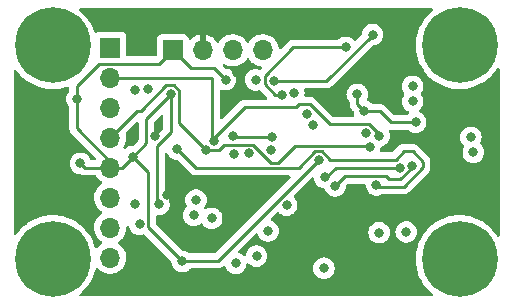
<source format=gbr>
%TF.GenerationSoftware,KiCad,Pcbnew,6.0.11+dfsg-1~bpo11+1*%
%TF.CreationDate,2023-04-29T04:06:51+00:00*%
%TF.ProjectId,slcam,736c6361-6d2e-46b6-9963-61645f706362,v0.2*%
%TF.SameCoordinates,Original*%
%TF.FileFunction,Copper,L3,Inr*%
%TF.FilePolarity,Positive*%
%FSLAX46Y46*%
G04 Gerber Fmt 4.6, Leading zero omitted, Abs format (unit mm)*
G04 Created by KiCad (PCBNEW 6.0.11+dfsg-1~bpo11+1) date 2023-04-29 04:06:51*
%MOMM*%
%LPD*%
G01*
G04 APERTURE LIST*
%TA.AperFunction,ComponentPad*%
%ADD10R,1.700000X1.700000*%
%TD*%
%TA.AperFunction,ComponentPad*%
%ADD11O,1.700000X1.700000*%
%TD*%
%TA.AperFunction,ComponentPad*%
%ADD12C,6.400000*%
%TD*%
%TA.AperFunction,ViaPad*%
%ADD13C,0.800000*%
%TD*%
%TA.AperFunction,Conductor*%
%ADD14C,0.250000*%
%TD*%
G04 APERTURE END LIST*
D10*
%TO.N,/SPI_NSS_IMG*%
%TO.C,J2*%
X205790000Y-53620000D03*
D11*
%TO.N,/SPI2_MOSI*%
X205790000Y-56160000D03*
%TO.N,/SPI2_MISO*%
X205790000Y-58700000D03*
%TO.N,/SPI2_SCK*%
X205790000Y-61240000D03*
%TO.N,GND*%
X205790000Y-63780000D03*
%TO.N,/3V3_IMG_SENSOR*%
X205790000Y-66320000D03*
%TO.N,/I2C_SDA*%
X205790000Y-68860000D03*
%TO.N,/I2C_SCL*%
X205790000Y-71400000D03*
%TD*%
D10*
%TO.N,GND*%
%TO.C,J3*%
X211074000Y-53848000D03*
D11*
%TO.N,VCC*%
X213614000Y-53848000D03*
%TO.N,/SWCLK*%
X216154000Y-53848000D03*
%TO.N,/SWDIO*%
X218694000Y-53848000D03*
%TD*%
D12*
%TO.N,N/C*%
%TO.C,H1*%
X200914000Y-53440000D03*
%TD*%
%TO.N,N/C*%
%TO.C,H2*%
X200914000Y-71530000D03*
%TD*%
%TO.N,N/C*%
%TO.C,H3*%
X235360000Y-71530000D03*
%TD*%
%TO.N,N/C*%
%TO.C,H4*%
X235360000Y-53440000D03*
%TD*%
D13*
%TO.N,/SPI2_MOSI*%
X214582609Y-61547033D03*
X228549200Y-61112400D03*
%TO.N,/SPI2_SCK*%
X227736400Y-62077600D03*
X213862716Y-62271533D03*
%TO.N,/SPI_NSS*%
X218176898Y-71275770D03*
X217554942Y-62558914D03*
%TO.N,/OSC_IN2*%
X223926400Y-64603469D03*
X230276400Y-63804800D03*
%TO.N,/OSC_OUT2*%
X231317808Y-63677808D03*
X224831342Y-65338258D03*
%TO.N,/CAN_SHDN*%
X227990400Y-52527200D03*
X219608400Y-56438800D03*
%TO.N,/CAN_S*%
X225704400Y-53594000D03*
X220343492Y-57617248D03*
%TO.N,/FLASH_WP*%
X222453200Y-59232800D03*
X227431600Y-60858400D03*
%TO.N,/FLASH_HR*%
X228549200Y-69291200D03*
X222961200Y-60147200D03*
%TO.N,GND*%
X223874508Y-72301899D03*
X231648000Y-59944000D03*
X209905340Y-66900067D03*
X223418400Y-63144400D03*
X226699310Y-57584114D03*
X216215829Y-61075500D03*
X203259568Y-63424233D03*
X202965109Y-57969203D03*
X219456000Y-61214000D03*
X207684157Y-62861398D03*
X211875998Y-71719462D03*
X227299379Y-59020643D03*
X215544400Y-56337200D03*
X210914757Y-57558174D03*
%TO.N,/RESET*%
X220726000Y-66954400D03*
%TO.N,VCC*%
X216533789Y-55756717D03*
X209539521Y-61117670D03*
X210592701Y-66090510D03*
X227652581Y-67134899D03*
X207826560Y-61320012D03*
X200050400Y-63093600D03*
X214158678Y-72875069D03*
%TO.N,/SPI_SCK*%
X216273572Y-62608328D03*
%TO.N,/SPI_MISO*%
X214376000Y-68072000D03*
%TO.N,/SPI_MOSI*%
X212852000Y-67818000D03*
X216408000Y-71882000D03*
%TO.N,/I2C_SCL*%
X221333733Y-57460547D03*
%TO.N,/I2C_SDA*%
X207877524Y-66895134D03*
X219405200Y-62331600D03*
%TO.N,/3V3_IMG_SENSOR*%
X219151200Y-69138800D03*
X208280000Y-68580000D03*
%TO.N,/SWCLK*%
X218096500Y-56353495D03*
%TO.N,/CAN_N*%
X231394000Y-56896000D03*
X236321600Y-61214000D03*
%TO.N,/CAN_P*%
X236524800Y-62484000D03*
X231394000Y-58166000D03*
%TO.N,/UART_TX*%
X207873600Y-57251600D03*
%TO.N,/UART_RX*%
X208940400Y-57099200D03*
%TO.N,/EN_SWITCH*%
X213050984Y-66523873D03*
%TO.N,/SPI_NSS_FLASH*%
X228319288Y-65247403D03*
X211466546Y-62223783D03*
%TO.N,/HEARTBEAT*%
X230845484Y-69227294D03*
%TD*%
D14*
%TO.N,/SPI2_MOSI*%
X214426800Y-61391224D02*
X214426800Y-56160000D01*
X221742000Y-58420000D02*
X222665014Y-58420000D01*
X222665014Y-58420000D02*
X224378903Y-60133889D01*
X224378903Y-60133889D02*
X227731703Y-60133889D01*
X221488000Y-58674000D02*
X221742000Y-58420000D01*
X214582609Y-61547033D02*
X214426800Y-61391224D01*
X227731703Y-60133889D02*
X228549200Y-60951386D01*
X228549200Y-60951386D02*
X228549200Y-61112400D01*
X214582609Y-61547033D02*
X214582609Y-61261391D01*
X217170000Y-58674000D02*
X221488000Y-58674000D01*
X214582609Y-61261391D02*
X217170000Y-58674000D01*
X214426800Y-56160000D02*
X205790000Y-56160000D01*
%TO.N,/SPI2_SCK*%
X227736400Y-62077600D02*
X227597311Y-61938511D01*
X213862716Y-62271533D02*
X211639268Y-60048085D01*
X217855045Y-61834403D02*
X215424916Y-61834403D01*
X208356200Y-58978800D02*
X208051200Y-58978800D01*
X221423889Y-61938511D02*
X220007120Y-63355280D01*
X208051200Y-58978800D02*
X205790000Y-61240000D01*
X215424916Y-61834403D02*
X214987786Y-62271533D01*
X210503111Y-56831889D02*
X208356200Y-58978800D01*
X211639268Y-57258071D02*
X211213086Y-56831889D01*
X214987786Y-62271533D02*
X213862716Y-62271533D01*
X219375922Y-63355280D02*
X217855045Y-61834403D01*
X220007120Y-63355280D02*
X219375922Y-63355280D01*
X211213086Y-56831889D02*
X210503111Y-56831889D01*
X227597311Y-61938511D02*
X221423889Y-61938511D01*
X211639268Y-60048085D02*
X211639268Y-57258071D01*
%TO.N,/OSC_IN2*%
X224092931Y-64603469D02*
X224891600Y-63804800D01*
X224891600Y-63804800D02*
X230276400Y-63804800D01*
X223926400Y-64603469D02*
X224092931Y-64603469D01*
%TO.N,/OSC_OUT2*%
X230335814Y-64770000D02*
X229362000Y-64770000D01*
X231317808Y-63677808D02*
X231317808Y-63788006D01*
X225653600Y-64516000D02*
X224831342Y-65338258D01*
X229108000Y-64516000D02*
X225653600Y-64516000D01*
X229362000Y-64770000D02*
X229108000Y-64516000D01*
X231317808Y-63788006D02*
X230335814Y-64770000D01*
%TO.N,/CAN_SHDN*%
X224078800Y-56438800D02*
X219608400Y-56438800D01*
X227990400Y-52527200D02*
X224078800Y-56438800D01*
%TO.N,/CAN_S*%
X219720048Y-57617248D02*
X220343492Y-57617248D01*
X225704400Y-53594000D02*
X221284800Y-53594000D01*
X218846400Y-56032400D02*
X218846400Y-56743600D01*
X218846400Y-56743600D02*
X219720048Y-57617248D01*
X221284800Y-53594000D02*
X218846400Y-56032400D01*
%TO.N,GND*%
X211875998Y-71719462D02*
X209004511Y-68847975D01*
X209750830Y-61930975D02*
X210914757Y-60767048D01*
X209004511Y-68847975D02*
X209004511Y-64181752D01*
X229520743Y-59944000D02*
X228597386Y-59020643D01*
X209905340Y-66900067D02*
X209750830Y-66745557D01*
X202965109Y-60471109D02*
X202965109Y-57969203D01*
X211937752Y-71657708D02*
X211875998Y-71719462D01*
X204856511Y-54985489D02*
X209936511Y-54985489D01*
X208815010Y-59657921D02*
X210914757Y-57558174D01*
X214905092Y-71657708D02*
X211937752Y-71657708D01*
X203615335Y-63780000D02*
X205790000Y-63780000D01*
X202965109Y-56876891D02*
X204856511Y-54985489D01*
X215544400Y-56337200D02*
X214579200Y-55372000D01*
X205790000Y-63296000D02*
X202965109Y-60471109D01*
X209004511Y-64181752D02*
X207684157Y-62861398D01*
X226699310Y-57584114D02*
X226699310Y-58420574D01*
X231648000Y-59944000D02*
X229520743Y-59944000D01*
X207684157Y-62861398D02*
X208815010Y-61730545D01*
X205790000Y-63780000D02*
X206765555Y-63780000D01*
X209936511Y-54985489D02*
X211074000Y-53848000D01*
X210914757Y-60767048D02*
X210914757Y-57558174D01*
X228597386Y-59020643D02*
X227299379Y-59020643D01*
X202965109Y-57969203D02*
X202965109Y-56876891D01*
X216215829Y-61075500D02*
X216354329Y-61214000D01*
X209750830Y-66745557D02*
X209750830Y-61930975D01*
X226699310Y-58420574D02*
X227299379Y-59020643D01*
X208815010Y-61730545D02*
X208815010Y-59657921D01*
X206765555Y-63780000D02*
X207684157Y-62861398D01*
X212598000Y-55372000D02*
X211074000Y-53848000D01*
X223418400Y-63144400D02*
X214905092Y-71657708D01*
X203259568Y-63424233D02*
X203615335Y-63780000D01*
X216354329Y-61214000D02*
X219456000Y-61214000D01*
X214579200Y-55372000D02*
X212598000Y-55372000D01*
X205790000Y-63780000D02*
X205790000Y-63296000D01*
%TO.N,/SPI_NSS_FLASH*%
X229939984Y-63116602D02*
X224415216Y-63116602D01*
X230623394Y-65396820D02*
X232257600Y-63762614D01*
X231380689Y-62419889D02*
X230636697Y-62419889D01*
X228468705Y-65396820D02*
X230623394Y-65396820D01*
X224415216Y-63116602D02*
X223718503Y-62419889D01*
X230636697Y-62419889D02*
X229939984Y-63116602D01*
X223118297Y-62419889D02*
X221733386Y-63804800D01*
X232257600Y-63762614D02*
X232257600Y-63296800D01*
X213047563Y-63804800D02*
X211466546Y-62223783D01*
X228319288Y-65247403D02*
X228468705Y-65396820D01*
X223718503Y-62419889D02*
X223118297Y-62419889D01*
X221733386Y-63804800D02*
X213047563Y-63804800D01*
X232257600Y-63296800D02*
X231380689Y-62419889D01*
%TD*%
%TA.AperFunction,Conductor*%
%TO.N,VCC*%
G36*
X233066282Y-50312502D02*
G01*
X233112775Y-50366158D01*
X233122879Y-50436432D01*
X233093385Y-50501012D01*
X233077456Y-50516420D01*
X232875124Y-50680266D01*
X232600266Y-50955124D01*
X232355643Y-51257207D01*
X232353848Y-51259970D01*
X232353848Y-51259971D01*
X232253802Y-51414030D01*
X232143938Y-51583206D01*
X232142443Y-51586140D01*
X232142439Y-51586147D01*
X232064066Y-51739963D01*
X231967468Y-51929547D01*
X231828167Y-52292438D01*
X231727562Y-52667901D01*
X231702104Y-52828635D01*
X231668768Y-53039109D01*
X231666754Y-53051824D01*
X231646411Y-53440000D01*
X231666754Y-53828176D01*
X231667267Y-53831416D01*
X231667268Y-53831424D01*
X231680441Y-53914590D01*
X231727562Y-54212099D01*
X231828167Y-54587562D01*
X231967468Y-54950453D01*
X231968966Y-54953393D01*
X232141442Y-55291895D01*
X232143938Y-55296794D01*
X232145734Y-55299560D01*
X232145736Y-55299563D01*
X232308347Y-55549963D01*
X232355643Y-55622793D01*
X232600266Y-55924876D01*
X232875124Y-56199734D01*
X232877682Y-56201806D01*
X232877686Y-56201809D01*
X232999712Y-56300624D01*
X233177207Y-56444357D01*
X233179970Y-56446152D01*
X233179971Y-56446152D01*
X233329756Y-56543423D01*
X233503205Y-56656062D01*
X233506139Y-56657557D01*
X233506146Y-56657561D01*
X233846607Y-56831034D01*
X233849547Y-56832532D01*
X234014887Y-56896000D01*
X234205032Y-56968990D01*
X234212438Y-56971833D01*
X234587901Y-57072438D01*
X234777009Y-57102390D01*
X234968576Y-57132732D01*
X234968584Y-57132733D01*
X234971824Y-57133246D01*
X235360000Y-57153589D01*
X235748176Y-57133246D01*
X235751416Y-57132733D01*
X235751424Y-57132732D01*
X235942991Y-57102390D01*
X236132099Y-57072438D01*
X236507562Y-56971833D01*
X236514969Y-56968990D01*
X236705113Y-56896000D01*
X236870453Y-56832532D01*
X236873393Y-56831034D01*
X237213854Y-56657561D01*
X237213861Y-56657557D01*
X237216795Y-56656062D01*
X237390245Y-56543423D01*
X237540029Y-56446152D01*
X237540030Y-56446152D01*
X237542793Y-56444357D01*
X237720288Y-56300624D01*
X237842314Y-56201809D01*
X237842318Y-56201806D01*
X237844876Y-56199734D01*
X238119734Y-55924876D01*
X238364357Y-55622793D01*
X238443211Y-55501368D01*
X238527827Y-55371070D01*
X238581704Y-55324833D01*
X238652025Y-55315063D01*
X238716465Y-55344863D01*
X238754564Y-55404771D01*
X238759500Y-55439694D01*
X238759500Y-69530306D01*
X238739498Y-69598427D01*
X238685842Y-69644920D01*
X238615568Y-69655024D01*
X238550988Y-69625530D01*
X238527827Y-69598930D01*
X238366152Y-69349971D01*
X238366152Y-69349970D01*
X238364357Y-69347207D01*
X238195592Y-69138800D01*
X238121809Y-69047686D01*
X238121806Y-69047682D01*
X238119734Y-69045124D01*
X237844876Y-68770266D01*
X237841145Y-68767244D01*
X237662370Y-68622475D01*
X237542793Y-68525643D01*
X237509409Y-68503963D01*
X237219564Y-68315736D01*
X237219561Y-68315734D01*
X237216795Y-68313938D01*
X237213861Y-68312443D01*
X237213854Y-68312439D01*
X236873393Y-68138966D01*
X236870453Y-68137468D01*
X236549345Y-68014206D01*
X236510652Y-67999353D01*
X236510650Y-67999352D01*
X236507562Y-67998167D01*
X236132099Y-67897562D01*
X235913254Y-67862900D01*
X235751424Y-67837268D01*
X235751416Y-67837267D01*
X235748176Y-67836754D01*
X235360000Y-67816411D01*
X234971824Y-67836754D01*
X234968584Y-67837267D01*
X234968576Y-67837268D01*
X234806746Y-67862900D01*
X234587901Y-67897562D01*
X234212438Y-67998167D01*
X234209350Y-67999352D01*
X234209348Y-67999353D01*
X234170655Y-68014206D01*
X233849547Y-68137468D01*
X233846607Y-68138966D01*
X233506147Y-68312439D01*
X233506140Y-68312443D01*
X233503206Y-68313938D01*
X233500440Y-68315734D01*
X233500437Y-68315736D01*
X233216568Y-68500082D01*
X233177207Y-68525643D01*
X233057630Y-68622475D01*
X232878856Y-68767244D01*
X232875124Y-68770266D01*
X232600266Y-69045124D01*
X232598194Y-69047682D01*
X232598191Y-69047686D01*
X232524408Y-69138800D01*
X232355643Y-69347207D01*
X232353848Y-69349970D01*
X232353848Y-69349971D01*
X232152067Y-69660689D01*
X232143938Y-69673206D01*
X232142443Y-69676140D01*
X232142439Y-69676147D01*
X232060358Y-69837240D01*
X231967468Y-70019547D01*
X231828167Y-70382438D01*
X231727562Y-70757901D01*
X231700566Y-70928344D01*
X231674208Y-71094763D01*
X231666754Y-71141824D01*
X231646411Y-71530000D01*
X231666754Y-71918176D01*
X231667267Y-71921416D01*
X231667268Y-71921424D01*
X231677447Y-71985689D01*
X231727562Y-72302099D01*
X231828167Y-72677562D01*
X231829352Y-72680650D01*
X231829353Y-72680652D01*
X231860233Y-72761097D01*
X231967468Y-73040453D01*
X232143938Y-73386794D01*
X232145734Y-73389560D01*
X232145736Y-73389563D01*
X232290173Y-73611977D01*
X232355643Y-73712793D01*
X232600266Y-74014876D01*
X232875124Y-74289734D01*
X232877682Y-74291806D01*
X232877686Y-74291809D01*
X233074986Y-74451580D01*
X233115338Y-74509994D01*
X233117703Y-74580951D01*
X233081330Y-74641923D01*
X233017767Y-74673551D01*
X232995691Y-74675500D01*
X203278309Y-74675500D01*
X203210188Y-74655498D01*
X203163695Y-74601842D01*
X203153591Y-74531568D01*
X203183085Y-74466988D01*
X203199014Y-74451580D01*
X203396314Y-74291809D01*
X203396318Y-74291806D01*
X203398876Y-74289734D01*
X203673734Y-74014876D01*
X203918357Y-73712793D01*
X203983827Y-73611977D01*
X204128264Y-73389563D01*
X204128266Y-73389560D01*
X204130062Y-73386794D01*
X204306532Y-73040453D01*
X204413767Y-72761097D01*
X204444647Y-72680652D01*
X204444648Y-72680650D01*
X204445833Y-72677562D01*
X204538742Y-72330819D01*
X204575694Y-72270197D01*
X204639554Y-72239176D01*
X204710049Y-72247604D01*
X204755686Y-72280933D01*
X204832865Y-72370031D01*
X204832869Y-72370035D01*
X204836250Y-72373938D01*
X205008126Y-72516632D01*
X205201000Y-72629338D01*
X205409692Y-72709030D01*
X205414760Y-72710061D01*
X205414763Y-72710062D01*
X205522017Y-72731883D01*
X205628597Y-72753567D01*
X205633772Y-72753757D01*
X205633774Y-72753757D01*
X205846673Y-72761564D01*
X205846677Y-72761564D01*
X205851837Y-72761753D01*
X205856957Y-72761097D01*
X205856959Y-72761097D01*
X206068288Y-72734025D01*
X206068289Y-72734025D01*
X206073416Y-72733368D01*
X206078366Y-72731883D01*
X206282429Y-72670661D01*
X206282434Y-72670659D01*
X206287384Y-72669174D01*
X206487994Y-72570896D01*
X206669860Y-72441173D01*
X206708959Y-72402211D01*
X206780599Y-72330820D01*
X206828096Y-72283489D01*
X206845044Y-72259904D01*
X206955435Y-72106277D01*
X206958453Y-72102077D01*
X206973354Y-72071928D01*
X207055136Y-71906453D01*
X207055137Y-71906451D01*
X207057430Y-71901811D01*
X207112832Y-71719462D01*
X207120865Y-71693023D01*
X207120865Y-71693021D01*
X207122370Y-71688069D01*
X207151529Y-71466590D01*
X207153156Y-71400000D01*
X207134852Y-71177361D01*
X207080431Y-70960702D01*
X206991354Y-70755840D01*
X206870014Y-70568277D01*
X206719670Y-70403051D01*
X206715619Y-70399852D01*
X206715615Y-70399848D01*
X206548414Y-70267800D01*
X206548410Y-70267798D01*
X206544359Y-70264598D01*
X206503053Y-70241796D01*
X206453084Y-70191364D01*
X206438312Y-70121921D01*
X206463428Y-70055516D01*
X206490780Y-70028909D01*
X206534603Y-69997650D01*
X206669860Y-69901173D01*
X206738220Y-69833052D01*
X206753659Y-69817666D01*
X206828096Y-69743489D01*
X206876776Y-69675744D01*
X206955435Y-69566277D01*
X206958453Y-69562077D01*
X206981187Y-69516079D01*
X207055136Y-69366453D01*
X207055137Y-69366451D01*
X207057430Y-69361811D01*
X207122370Y-69148069D01*
X207151529Y-68926590D01*
X207153156Y-68860000D01*
X207152765Y-68855248D01*
X207152831Y-68854931D01*
X207152784Y-68853304D01*
X207153169Y-68853293D01*
X207167116Y-68785719D01*
X207216780Y-68734985D01*
X207285989Y-68719154D01*
X207352770Y-68743254D01*
X207398174Y-68805986D01*
X207445473Y-68951556D01*
X207540960Y-69116944D01*
X207545378Y-69121851D01*
X207545379Y-69121852D01*
X207664325Y-69253955D01*
X207668747Y-69258866D01*
X207823248Y-69371118D01*
X207829276Y-69373802D01*
X207829278Y-69373803D01*
X207953822Y-69429253D01*
X207997712Y-69448794D01*
X208072539Y-69464699D01*
X208178056Y-69487128D01*
X208178061Y-69487128D01*
X208184513Y-69488500D01*
X208375487Y-69488500D01*
X208381939Y-69487128D01*
X208381944Y-69487128D01*
X208520660Y-69457642D01*
X208562288Y-69448794D01*
X208568321Y-69446108D01*
X208568324Y-69446107D01*
X208576589Y-69442427D01*
X208584987Y-69438688D01*
X208655353Y-69429253D01*
X208719650Y-69459358D01*
X208725331Y-69464699D01*
X209828908Y-70568277D01*
X210928876Y-71668245D01*
X210962902Y-71730557D01*
X210965091Y-71744168D01*
X210982456Y-71909390D01*
X211041471Y-72091018D01*
X211044774Y-72096740D01*
X211044775Y-72096741D01*
X211060040Y-72123180D01*
X211136958Y-72256406D01*
X211141376Y-72261313D01*
X211141377Y-72261314D01*
X211239266Y-72370031D01*
X211264745Y-72398328D01*
X211323716Y-72441173D01*
X211402076Y-72498105D01*
X211419246Y-72510580D01*
X211425274Y-72513264D01*
X211425276Y-72513265D01*
X211587679Y-72585571D01*
X211593710Y-72588256D01*
X211687110Y-72608109D01*
X211774054Y-72626590D01*
X211774059Y-72626590D01*
X211780511Y-72627962D01*
X211971485Y-72627962D01*
X211977937Y-72626590D01*
X211977942Y-72626590D01*
X212064886Y-72608109D01*
X212158286Y-72588256D01*
X212164317Y-72585571D01*
X212326720Y-72513265D01*
X212326722Y-72513264D01*
X212332750Y-72510580D01*
X212349921Y-72498105D01*
X212428280Y-72441173D01*
X212487251Y-72398328D01*
X212546166Y-72332896D01*
X212606609Y-72295658D01*
X212639800Y-72291208D01*
X214826325Y-72291208D01*
X214837508Y-72291735D01*
X214845001Y-72293410D01*
X214852927Y-72293161D01*
X214852928Y-72293161D01*
X214913078Y-72291270D01*
X214917037Y-72291208D01*
X214944948Y-72291208D01*
X214948883Y-72290711D01*
X214948948Y-72290703D01*
X214960785Y-72289770D01*
X214993043Y-72288756D01*
X214997062Y-72288630D01*
X215004981Y-72288381D01*
X215024435Y-72282729D01*
X215043792Y-72278721D01*
X215056022Y-72277176D01*
X215056023Y-72277176D01*
X215063889Y-72276182D01*
X215071260Y-72273263D01*
X215071262Y-72273263D01*
X215105004Y-72259904D01*
X215116234Y-72256059D01*
X215151075Y-72245937D01*
X215151076Y-72245937D01*
X215158685Y-72243726D01*
X215165504Y-72239693D01*
X215165509Y-72239691D01*
X215176120Y-72233415D01*
X215193868Y-72224720D01*
X215212709Y-72217260D01*
X215248479Y-72191272D01*
X215258399Y-72184756D01*
X215289627Y-72166288D01*
X215289630Y-72166286D01*
X215296454Y-72162250D01*
X215310775Y-72147929D01*
X215325809Y-72135088D01*
X215335785Y-72127840D01*
X215342199Y-72123180D01*
X215343938Y-72121078D01*
X215405223Y-72090071D01*
X215475845Y-72097357D01*
X215531317Y-72141668D01*
X215547959Y-72175034D01*
X215573473Y-72253556D01*
X215668960Y-72418944D01*
X215673378Y-72423851D01*
X215673379Y-72423852D01*
X215792325Y-72555955D01*
X215796747Y-72560866D01*
X215887208Y-72626590D01*
X215945820Y-72669174D01*
X215951248Y-72673118D01*
X215957276Y-72675802D01*
X215957278Y-72675803D01*
X216083237Y-72731883D01*
X216125712Y-72750794D01*
X216219113Y-72770647D01*
X216306056Y-72789128D01*
X216306061Y-72789128D01*
X216312513Y-72790500D01*
X216503487Y-72790500D01*
X216509939Y-72789128D01*
X216509944Y-72789128D01*
X216596888Y-72770647D01*
X216690288Y-72750794D01*
X216732763Y-72731883D01*
X216858722Y-72675803D01*
X216858724Y-72675802D01*
X216864752Y-72673118D01*
X216870181Y-72669174D01*
X216928792Y-72626590D01*
X217019253Y-72560866D01*
X217023675Y-72555955D01*
X217142621Y-72423852D01*
X217142622Y-72423851D01*
X217147040Y-72418944D01*
X217214616Y-72301899D01*
X222961004Y-72301899D01*
X222961694Y-72308464D01*
X222973822Y-72423852D01*
X222980966Y-72491827D01*
X223039981Y-72673455D01*
X223135468Y-72838843D01*
X223263255Y-72980765D01*
X223417756Y-73093017D01*
X223423784Y-73095701D01*
X223423786Y-73095702D01*
X223586189Y-73168008D01*
X223592220Y-73170693D01*
X223685621Y-73190546D01*
X223772564Y-73209027D01*
X223772569Y-73209027D01*
X223779021Y-73210399D01*
X223969995Y-73210399D01*
X223976447Y-73209027D01*
X223976452Y-73209027D01*
X224063395Y-73190546D01*
X224156796Y-73170693D01*
X224162827Y-73168008D01*
X224325230Y-73095702D01*
X224325232Y-73095701D01*
X224331260Y-73093017D01*
X224485761Y-72980765D01*
X224613548Y-72838843D01*
X224709035Y-72673455D01*
X224768050Y-72491827D01*
X224775195Y-72423852D01*
X224787322Y-72308464D01*
X224788012Y-72301899D01*
X224773759Y-72166288D01*
X224768740Y-72118534D01*
X224768740Y-72118532D01*
X224768050Y-72111971D01*
X224709035Y-71930343D01*
X224702011Y-71918176D01*
X224616849Y-71770673D01*
X224613548Y-71764955D01*
X224512788Y-71653049D01*
X224490183Y-71627944D01*
X224490182Y-71627943D01*
X224485761Y-71623033D01*
X224331260Y-71510781D01*
X224325232Y-71508097D01*
X224325230Y-71508096D01*
X224162827Y-71435790D01*
X224162826Y-71435790D01*
X224156796Y-71433105D01*
X224063396Y-71413252D01*
X223976452Y-71394771D01*
X223976447Y-71394771D01*
X223969995Y-71393399D01*
X223779021Y-71393399D01*
X223772569Y-71394771D01*
X223772564Y-71394771D01*
X223685620Y-71413252D01*
X223592220Y-71433105D01*
X223586190Y-71435790D01*
X223586189Y-71435790D01*
X223423786Y-71508096D01*
X223423784Y-71508097D01*
X223417756Y-71510781D01*
X223263255Y-71623033D01*
X223258834Y-71627943D01*
X223258833Y-71627944D01*
X223236229Y-71653049D01*
X223135468Y-71764955D01*
X223132167Y-71770673D01*
X223047006Y-71918176D01*
X223039981Y-71930343D01*
X222980966Y-72111971D01*
X222980276Y-72118532D01*
X222980276Y-72118534D01*
X222975257Y-72166288D01*
X222961004Y-72301899D01*
X217214616Y-72301899D01*
X217242527Y-72253556D01*
X217301542Y-72071928D01*
X217305017Y-72038871D01*
X217310606Y-71985689D01*
X217337619Y-71920033D01*
X217395841Y-71879403D01*
X217466786Y-71876700D01*
X217529550Y-71914548D01*
X217565645Y-71954636D01*
X217720146Y-72066888D01*
X217726174Y-72069572D01*
X217726176Y-72069573D01*
X217857047Y-72127840D01*
X217894610Y-72144564D01*
X217977816Y-72162250D01*
X218074954Y-72182898D01*
X218074959Y-72182898D01*
X218081411Y-72184270D01*
X218272385Y-72184270D01*
X218278837Y-72182898D01*
X218278842Y-72182898D01*
X218375980Y-72162250D01*
X218459186Y-72144564D01*
X218496749Y-72127840D01*
X218627620Y-72069573D01*
X218627622Y-72069572D01*
X218633650Y-72066888D01*
X218788151Y-71954636D01*
X218792573Y-71949725D01*
X218911519Y-71817622D01*
X218911520Y-71817621D01*
X218915938Y-71812714D01*
X218974212Y-71711780D01*
X219008121Y-71653049D01*
X219008122Y-71653048D01*
X219011425Y-71647326D01*
X219070440Y-71465698D01*
X219073584Y-71435790D01*
X219089712Y-71282335D01*
X219090402Y-71275770D01*
X219080059Y-71177361D01*
X219071130Y-71092405D01*
X219071130Y-71092403D01*
X219070440Y-71085842D01*
X219011425Y-70904214D01*
X218915938Y-70738826D01*
X218788151Y-70596904D01*
X218633650Y-70484652D01*
X218627622Y-70481968D01*
X218627620Y-70481967D01*
X218465217Y-70409661D01*
X218465216Y-70409661D01*
X218459186Y-70406976D01*
X218352848Y-70384373D01*
X218278842Y-70368642D01*
X218278837Y-70368642D01*
X218272385Y-70367270D01*
X218081411Y-70367270D01*
X218074959Y-70368642D01*
X218074954Y-70368642D01*
X218000948Y-70384373D01*
X217894610Y-70406976D01*
X217888580Y-70409661D01*
X217888579Y-70409661D01*
X217726176Y-70481967D01*
X217726174Y-70481968D01*
X217720146Y-70484652D01*
X217565645Y-70596904D01*
X217437858Y-70738826D01*
X217342371Y-70904214D01*
X217283356Y-71085842D01*
X217282667Y-71092401D01*
X217282666Y-71092404D01*
X217274292Y-71172081D01*
X217247279Y-71237737D01*
X217189057Y-71278367D01*
X217118112Y-71281070D01*
X217055348Y-71243222D01*
X217019253Y-71203134D01*
X216864752Y-71090882D01*
X216858724Y-71088198D01*
X216858722Y-71088197D01*
X216690288Y-71013206D01*
X216691297Y-71010939D01*
X216641946Y-70977211D01*
X216614292Y-70911822D01*
X216626381Y-70841862D01*
X216650372Y-70808332D01*
X218080956Y-69377748D01*
X218143268Y-69343722D01*
X218214083Y-69348787D01*
X218270919Y-69391334D01*
X218289883Y-69427904D01*
X218316673Y-69510356D01*
X218412160Y-69675744D01*
X218539947Y-69817666D01*
X218571908Y-69840887D01*
X218667093Y-69910043D01*
X218694448Y-69929918D01*
X218700476Y-69932602D01*
X218700478Y-69932603D01*
X218805232Y-69979242D01*
X218868912Y-70007594D01*
X218939660Y-70022632D01*
X219049256Y-70045928D01*
X219049261Y-70045928D01*
X219055713Y-70047300D01*
X219246687Y-70047300D01*
X219253139Y-70045928D01*
X219253144Y-70045928D01*
X219362740Y-70022632D01*
X219433488Y-70007594D01*
X219497168Y-69979242D01*
X219601922Y-69932603D01*
X219601924Y-69932602D01*
X219607952Y-69929918D01*
X219635308Y-69910043D01*
X219730492Y-69840887D01*
X219762453Y-69817666D01*
X219890240Y-69675744D01*
X219985727Y-69510356D01*
X220044742Y-69328728D01*
X220048686Y-69291200D01*
X227635696Y-69291200D01*
X227636386Y-69297765D01*
X227652260Y-69448794D01*
X227655658Y-69481128D01*
X227714673Y-69662756D01*
X227717976Y-69668478D01*
X227717977Y-69668479D01*
X227722404Y-69676147D01*
X227810160Y-69828144D01*
X227814578Y-69833051D01*
X227814579Y-69833052D01*
X227904215Y-69932603D01*
X227937947Y-69970066D01*
X228092448Y-70082318D01*
X228098476Y-70085002D01*
X228098478Y-70085003D01*
X228259374Y-70156638D01*
X228266912Y-70159994D01*
X228360313Y-70179847D01*
X228447256Y-70198328D01*
X228447261Y-70198328D01*
X228453713Y-70199700D01*
X228644687Y-70199700D01*
X228651139Y-70198328D01*
X228651144Y-70198328D01*
X228738088Y-70179847D01*
X228831488Y-70159994D01*
X228839026Y-70156638D01*
X228999922Y-70085003D01*
X228999924Y-70085002D01*
X229005952Y-70082318D01*
X229160453Y-69970066D01*
X229194185Y-69932603D01*
X229283821Y-69833052D01*
X229283822Y-69833051D01*
X229288240Y-69828144D01*
X229375996Y-69676147D01*
X229380423Y-69668479D01*
X229380424Y-69668478D01*
X229383727Y-69662756D01*
X229442742Y-69481128D01*
X229446141Y-69448794D01*
X229462014Y-69297765D01*
X229462704Y-69291200D01*
X229455987Y-69227294D01*
X229931980Y-69227294D01*
X229932670Y-69233859D01*
X229947379Y-69373803D01*
X229951942Y-69417222D01*
X230010957Y-69598850D01*
X230106444Y-69764238D01*
X230110862Y-69769145D01*
X230110863Y-69769146D01*
X230229741Y-69901173D01*
X230234231Y-69906160D01*
X230388732Y-70018412D01*
X230394760Y-70021096D01*
X230394762Y-70021097D01*
X230548035Y-70089338D01*
X230563196Y-70096088D01*
X230656597Y-70115941D01*
X230743540Y-70134422D01*
X230743545Y-70134422D01*
X230749997Y-70135794D01*
X230940971Y-70135794D01*
X230947423Y-70134422D01*
X230947428Y-70134422D01*
X231034371Y-70115941D01*
X231127772Y-70096088D01*
X231142933Y-70089338D01*
X231296206Y-70021097D01*
X231296208Y-70021096D01*
X231302236Y-70018412D01*
X231456737Y-69906160D01*
X231461227Y-69901173D01*
X231580105Y-69769146D01*
X231580106Y-69769145D01*
X231584524Y-69764238D01*
X231680011Y-69598850D01*
X231739026Y-69417222D01*
X231743590Y-69373803D01*
X231758298Y-69233859D01*
X231758988Y-69227294D01*
X231740111Y-69047686D01*
X231739716Y-69043929D01*
X231739716Y-69043927D01*
X231739026Y-69037366D01*
X231680011Y-68855738D01*
X231660280Y-68821562D01*
X231639585Y-68785719D01*
X231584524Y-68690350D01*
X231535992Y-68636449D01*
X231461159Y-68553339D01*
X231461158Y-68553338D01*
X231456737Y-68548428D01*
X231334936Y-68459934D01*
X231307578Y-68440057D01*
X231307577Y-68440056D01*
X231302236Y-68436176D01*
X231296208Y-68433492D01*
X231296206Y-68433491D01*
X231133803Y-68361185D01*
X231133802Y-68361185D01*
X231127772Y-68358500D01*
X231034372Y-68338647D01*
X230947428Y-68320166D01*
X230947423Y-68320166D01*
X230940971Y-68318794D01*
X230749997Y-68318794D01*
X230743545Y-68320166D01*
X230743540Y-68320166D01*
X230656597Y-68338647D01*
X230563196Y-68358500D01*
X230557166Y-68361185D01*
X230557165Y-68361185D01*
X230394762Y-68433491D01*
X230394760Y-68433492D01*
X230388732Y-68436176D01*
X230383391Y-68440056D01*
X230383390Y-68440057D01*
X230356032Y-68459934D01*
X230234231Y-68548428D01*
X230229810Y-68553338D01*
X230229809Y-68553339D01*
X230154977Y-68636449D01*
X230106444Y-68690350D01*
X230051383Y-68785719D01*
X230030689Y-68821562D01*
X230010957Y-68855738D01*
X229951942Y-69037366D01*
X229951252Y-69043927D01*
X229951252Y-69043929D01*
X229950857Y-69047686D01*
X229931980Y-69227294D01*
X229455987Y-69227294D01*
X229442742Y-69101272D01*
X229383727Y-68919644D01*
X229288240Y-68754256D01*
X229270889Y-68734985D01*
X229164875Y-68617245D01*
X229164874Y-68617244D01*
X229160453Y-68612334D01*
X229005952Y-68500082D01*
X228999924Y-68497398D01*
X228999922Y-68497397D01*
X228837519Y-68425091D01*
X228837518Y-68425091D01*
X228831488Y-68422406D01*
X228710246Y-68396635D01*
X228651144Y-68384072D01*
X228651139Y-68384072D01*
X228644687Y-68382700D01*
X228453713Y-68382700D01*
X228447261Y-68384072D01*
X228447256Y-68384072D01*
X228388154Y-68396635D01*
X228266912Y-68422406D01*
X228260882Y-68425091D01*
X228260881Y-68425091D01*
X228098478Y-68497397D01*
X228098476Y-68497398D01*
X228092448Y-68500082D01*
X227937947Y-68612334D01*
X227933526Y-68617244D01*
X227933525Y-68617245D01*
X227827512Y-68734985D01*
X227810160Y-68754256D01*
X227714673Y-68919644D01*
X227655658Y-69101272D01*
X227635696Y-69291200D01*
X220048686Y-69291200D01*
X220056886Y-69213189D01*
X220064014Y-69145365D01*
X220064704Y-69138800D01*
X220061806Y-69111226D01*
X220045432Y-68955435D01*
X220045432Y-68955433D01*
X220044742Y-68948872D01*
X219985727Y-68767244D01*
X219978229Y-68754256D01*
X219895983Y-68611803D01*
X219890240Y-68601856D01*
X219852700Y-68560163D01*
X219766875Y-68464845D01*
X219766874Y-68464844D01*
X219762453Y-68459934D01*
X219620953Y-68357128D01*
X219613294Y-68351563D01*
X219613293Y-68351562D01*
X219607952Y-68347682D01*
X219601924Y-68344998D01*
X219601922Y-68344997D01*
X219433488Y-68270006D01*
X219434497Y-68267739D01*
X219385146Y-68234011D01*
X219357492Y-68168622D01*
X219369581Y-68098662D01*
X219393572Y-68065132D01*
X219883787Y-67574917D01*
X219946099Y-67540891D01*
X220016914Y-67545956D01*
X220066518Y-67579702D01*
X220077408Y-67591797D01*
X220104418Y-67621794D01*
X220114747Y-67633266D01*
X220182334Y-67682371D01*
X220237022Y-67722104D01*
X220269248Y-67745518D01*
X220275276Y-67748202D01*
X220275278Y-67748203D01*
X220432046Y-67818000D01*
X220443712Y-67823194D01*
X220525765Y-67840635D01*
X220624056Y-67861528D01*
X220624061Y-67861528D01*
X220630513Y-67862900D01*
X220821487Y-67862900D01*
X220827939Y-67861528D01*
X220827944Y-67861528D01*
X220926235Y-67840635D01*
X221008288Y-67823194D01*
X221019954Y-67818000D01*
X221176722Y-67748203D01*
X221176724Y-67748202D01*
X221182752Y-67745518D01*
X221214979Y-67722104D01*
X221269666Y-67682371D01*
X221337253Y-67633266D01*
X221341930Y-67628072D01*
X221460621Y-67496252D01*
X221460622Y-67496251D01*
X221465040Y-67491344D01*
X221538464Y-67364171D01*
X221557223Y-67331679D01*
X221557224Y-67331678D01*
X221560527Y-67325956D01*
X221619542Y-67144328D01*
X221627804Y-67065725D01*
X221638814Y-66960965D01*
X221639504Y-66954400D01*
X221634483Y-66906632D01*
X221620232Y-66771035D01*
X221620232Y-66771033D01*
X221619542Y-66764472D01*
X221560527Y-66582844D01*
X221465040Y-66417456D01*
X221344255Y-66283310D01*
X221313539Y-66219305D01*
X221322303Y-66148851D01*
X221348797Y-66109907D01*
X222811109Y-64647595D01*
X222873421Y-64613569D01*
X222944236Y-64618634D01*
X223001072Y-64661181D01*
X223025514Y-64723519D01*
X223032858Y-64793397D01*
X223091873Y-64975025D01*
X223187360Y-65140413D01*
X223191778Y-65145320D01*
X223191779Y-65145321D01*
X223206614Y-65161797D01*
X223315147Y-65282335D01*
X223469648Y-65394587D01*
X223475676Y-65397271D01*
X223475678Y-65397272D01*
X223630968Y-65466411D01*
X223644112Y-65472263D01*
X223719452Y-65488277D01*
X223824456Y-65510597D01*
X223824461Y-65510597D01*
X223830913Y-65511969D01*
X223840987Y-65511969D01*
X223842922Y-65512537D01*
X223844082Y-65512659D01*
X223844060Y-65512871D01*
X223909108Y-65531971D01*
X223955601Y-65585627D01*
X223960819Y-65599030D01*
X223996815Y-65709814D01*
X224092302Y-65875202D01*
X224096720Y-65880109D01*
X224096721Y-65880110D01*
X224215667Y-66012213D01*
X224220089Y-66017124D01*
X224280350Y-66060906D01*
X224335990Y-66101331D01*
X224374590Y-66129376D01*
X224380618Y-66132060D01*
X224380620Y-66132061D01*
X224517387Y-66192953D01*
X224549054Y-66207052D01*
X224638724Y-66226112D01*
X224729398Y-66245386D01*
X224729403Y-66245386D01*
X224735855Y-66246758D01*
X224926829Y-66246758D01*
X224933281Y-66245386D01*
X224933286Y-66245386D01*
X225023960Y-66226112D01*
X225113630Y-66207052D01*
X225145297Y-66192953D01*
X225282064Y-66132061D01*
X225282066Y-66132060D01*
X225288094Y-66129376D01*
X225326695Y-66101331D01*
X225382334Y-66060906D01*
X225442595Y-66017124D01*
X225447017Y-66012213D01*
X225565963Y-65880110D01*
X225565964Y-65880109D01*
X225570382Y-65875202D01*
X225665869Y-65709814D01*
X225724884Y-65528186D01*
X225726589Y-65511969D01*
X225738926Y-65394587D01*
X225742249Y-65362964D01*
X225769262Y-65297308D01*
X225778464Y-65287040D01*
X225879099Y-65186405D01*
X225941411Y-65152379D01*
X225968194Y-65149500D01*
X227282043Y-65149500D01*
X227350164Y-65169502D01*
X227396657Y-65223158D01*
X227407353Y-65262329D01*
X227411379Y-65300635D01*
X227420846Y-65390706D01*
X227425746Y-65437331D01*
X227484761Y-65618959D01*
X227580248Y-65784347D01*
X227584666Y-65789254D01*
X227584667Y-65789255D01*
X227685609Y-65901362D01*
X227708035Y-65926269D01*
X227807131Y-65998267D01*
X227852018Y-66030879D01*
X227862536Y-66038521D01*
X227868564Y-66041205D01*
X227868566Y-66041206D01*
X228022872Y-66109907D01*
X228037000Y-66116197D01*
X228111634Y-66132061D01*
X228217344Y-66154531D01*
X228217349Y-66154531D01*
X228223801Y-66155903D01*
X228414775Y-66155903D01*
X228421227Y-66154531D01*
X228421232Y-66154531D01*
X228526942Y-66132061D01*
X228601576Y-66116197D01*
X228620219Y-66107897D01*
X228769994Y-66041213D01*
X228821243Y-66030320D01*
X230544627Y-66030320D01*
X230555810Y-66030847D01*
X230563303Y-66032522D01*
X230571229Y-66032273D01*
X230571230Y-66032273D01*
X230631380Y-66030382D01*
X230635339Y-66030320D01*
X230663250Y-66030320D01*
X230667185Y-66029823D01*
X230667250Y-66029815D01*
X230679087Y-66028882D01*
X230711345Y-66027868D01*
X230715364Y-66027742D01*
X230723283Y-66027493D01*
X230742737Y-66021841D01*
X230762094Y-66017833D01*
X230774324Y-66016288D01*
X230774325Y-66016288D01*
X230782191Y-66015294D01*
X230789562Y-66012375D01*
X230789564Y-66012375D01*
X230823306Y-65999016D01*
X230834536Y-65995171D01*
X230869377Y-65985049D01*
X230869378Y-65985049D01*
X230876987Y-65982838D01*
X230883806Y-65978805D01*
X230883811Y-65978803D01*
X230894422Y-65972527D01*
X230912170Y-65963832D01*
X230931011Y-65956372D01*
X230966781Y-65930384D01*
X230976701Y-65923868D01*
X231007929Y-65905400D01*
X231007932Y-65905398D01*
X231014756Y-65901362D01*
X231029077Y-65887041D01*
X231044111Y-65874200D01*
X231054088Y-65866951D01*
X231060501Y-65862292D01*
X231088692Y-65828215D01*
X231096682Y-65819436D01*
X232649847Y-64266271D01*
X232658137Y-64258727D01*
X232664618Y-64254614D01*
X232711259Y-64204946D01*
X232714013Y-64202105D01*
X232733734Y-64182384D01*
X232736212Y-64179189D01*
X232743918Y-64170167D01*
X232768758Y-64143715D01*
X232774186Y-64137935D01*
X232783946Y-64120182D01*
X232794799Y-64103659D01*
X232802353Y-64093920D01*
X232807213Y-64087655D01*
X232824776Y-64047071D01*
X232829983Y-64036441D01*
X232851295Y-63997674D01*
X232853266Y-63989997D01*
X232853268Y-63989992D01*
X232856332Y-63978056D01*
X232862738Y-63959344D01*
X232864420Y-63955459D01*
X232870781Y-63940759D01*
X232872021Y-63932931D01*
X232872023Y-63932924D01*
X232877699Y-63897090D01*
X232880105Y-63885470D01*
X232889128Y-63850325D01*
X232889128Y-63850324D01*
X232891100Y-63842644D01*
X232891100Y-63822390D01*
X232892651Y-63802679D01*
X232894580Y-63790500D01*
X232895820Y-63782671D01*
X232891659Y-63738652D01*
X232891100Y-63726795D01*
X232891100Y-63375563D01*
X232891627Y-63364379D01*
X232893301Y-63356891D01*
X232891162Y-63288832D01*
X232891100Y-63284875D01*
X232891100Y-63256944D01*
X232890594Y-63252938D01*
X232889661Y-63241092D01*
X232888522Y-63204837D01*
X232888273Y-63196910D01*
X232882622Y-63177458D01*
X232878614Y-63158106D01*
X232877068Y-63145868D01*
X232877067Y-63145866D01*
X232876074Y-63138003D01*
X232859794Y-63096886D01*
X232855959Y-63085685D01*
X232843618Y-63043206D01*
X232839585Y-63036387D01*
X232839583Y-63036382D01*
X232833307Y-63025771D01*
X232824610Y-63008021D01*
X232817152Y-62989183D01*
X232791171Y-62953423D01*
X232784653Y-62943501D01*
X232766178Y-62912260D01*
X232766174Y-62912255D01*
X232762142Y-62905437D01*
X232747818Y-62891113D01*
X232734976Y-62876078D01*
X232723072Y-62859693D01*
X232689006Y-62831511D01*
X232680227Y-62823522D01*
X231884341Y-62027636D01*
X231876801Y-62019350D01*
X231872689Y-62012871D01*
X231849053Y-61990675D01*
X231823038Y-61966246D01*
X231820196Y-61963491D01*
X231800459Y-61943754D01*
X231797262Y-61941274D01*
X231788240Y-61933569D01*
X231774811Y-61920958D01*
X231756010Y-61903303D01*
X231749064Y-61899484D01*
X231749061Y-61899482D01*
X231738255Y-61893541D01*
X231721736Y-61882690D01*
X231717582Y-61879468D01*
X231705730Y-61870275D01*
X231698461Y-61867130D01*
X231698457Y-61867127D01*
X231665152Y-61852715D01*
X231654502Y-61847498D01*
X231615749Y-61826194D01*
X231596126Y-61821156D01*
X231577423Y-61814752D01*
X231566109Y-61809856D01*
X231566108Y-61809856D01*
X231558834Y-61806708D01*
X231551011Y-61805469D01*
X231551001Y-61805466D01*
X231515165Y-61799790D01*
X231503545Y-61797384D01*
X231468400Y-61788361D01*
X231468399Y-61788361D01*
X231460719Y-61786389D01*
X231440465Y-61786389D01*
X231420754Y-61784838D01*
X231408575Y-61782909D01*
X231400746Y-61781669D01*
X231371475Y-61784436D01*
X231356728Y-61785830D01*
X231344870Y-61786389D01*
X230715464Y-61786389D01*
X230704281Y-61785862D01*
X230696788Y-61784187D01*
X230688862Y-61784436D01*
X230688861Y-61784436D01*
X230628698Y-61786327D01*
X230624740Y-61786389D01*
X230596841Y-61786389D01*
X230592851Y-61786893D01*
X230581017Y-61787825D01*
X230536808Y-61789215D01*
X230529194Y-61791427D01*
X230529189Y-61791428D01*
X230517356Y-61794866D01*
X230497993Y-61798877D01*
X230477900Y-61801415D01*
X230470533Y-61804332D01*
X230470528Y-61804333D01*
X230436789Y-61817691D01*
X230425562Y-61821535D01*
X230383104Y-61833871D01*
X230376278Y-61837908D01*
X230365669Y-61844182D01*
X230347921Y-61852877D01*
X230329080Y-61860337D01*
X230322664Y-61864999D01*
X230322663Y-61864999D01*
X230293310Y-61886325D01*
X230283390Y-61892841D01*
X230252162Y-61911309D01*
X230252159Y-61911311D01*
X230245335Y-61915347D01*
X230231014Y-61929668D01*
X230215981Y-61942508D01*
X230199590Y-61954417D01*
X230177438Y-61981194D01*
X230171409Y-61988482D01*
X230163419Y-61997263D01*
X229714483Y-62446198D01*
X229652171Y-62480223D01*
X229625388Y-62483102D01*
X228733322Y-62483102D01*
X228665201Y-62463100D01*
X228618708Y-62409444D01*
X228608604Y-62339170D01*
X228613489Y-62318166D01*
X228626692Y-62277529D01*
X228629942Y-62267528D01*
X228635596Y-62213738D01*
X228646550Y-62109513D01*
X228673563Y-62043857D01*
X228731785Y-62003227D01*
X228745663Y-61999437D01*
X228825031Y-61982567D01*
X228825036Y-61982566D01*
X228831488Y-61981194D01*
X228837519Y-61978509D01*
X228999922Y-61906203D01*
X228999924Y-61906202D01*
X229005952Y-61903518D01*
X229160453Y-61791266D01*
X229167978Y-61782909D01*
X229283821Y-61654252D01*
X229283822Y-61654251D01*
X229288240Y-61649344D01*
X229383727Y-61483956D01*
X229442742Y-61302328D01*
X229445947Y-61271840D01*
X229452026Y-61214000D01*
X235408096Y-61214000D01*
X235408786Y-61220565D01*
X235425924Y-61383621D01*
X235428058Y-61403928D01*
X235487073Y-61585556D01*
X235582560Y-61750944D01*
X235586978Y-61755851D01*
X235586979Y-61755852D01*
X235710347Y-61892866D01*
X235709207Y-61893892D01*
X235742320Y-61947643D01*
X235740967Y-62018626D01*
X235729891Y-62043823D01*
X235690273Y-62112444D01*
X235631258Y-62294072D01*
X235630568Y-62300633D01*
X235630568Y-62300635D01*
X235628099Y-62324129D01*
X235611296Y-62484000D01*
X235611986Y-62490565D01*
X235625520Y-62619330D01*
X235631258Y-62673928D01*
X235690273Y-62855556D01*
X235785760Y-63020944D01*
X235790178Y-63025851D01*
X235790179Y-63025852D01*
X235887983Y-63134474D01*
X235913547Y-63162866D01*
X236068048Y-63275118D01*
X236074076Y-63277802D01*
X236074078Y-63277803D01*
X236236481Y-63350109D01*
X236242512Y-63352794D01*
X236335912Y-63372647D01*
X236422856Y-63391128D01*
X236422861Y-63391128D01*
X236429313Y-63392500D01*
X236620287Y-63392500D01*
X236626739Y-63391128D01*
X236626744Y-63391128D01*
X236713688Y-63372647D01*
X236807088Y-63352794D01*
X236813119Y-63350109D01*
X236975522Y-63277803D01*
X236975524Y-63277802D01*
X236981552Y-63275118D01*
X237136053Y-63162866D01*
X237161617Y-63134474D01*
X237259421Y-63025852D01*
X237259422Y-63025851D01*
X237263840Y-63020944D01*
X237359327Y-62855556D01*
X237418342Y-62673928D01*
X237424081Y-62619330D01*
X237437614Y-62490565D01*
X237438304Y-62484000D01*
X237421501Y-62324129D01*
X237419032Y-62300635D01*
X237419032Y-62300633D01*
X237418342Y-62294072D01*
X237359327Y-62112444D01*
X237263840Y-61947056D01*
X237255357Y-61937634D01*
X237136053Y-61805134D01*
X237137193Y-61804108D01*
X237104080Y-61750357D01*
X237105433Y-61679374D01*
X237116509Y-61654177D01*
X237156127Y-61585556D01*
X237215142Y-61403928D01*
X237217277Y-61383621D01*
X237234414Y-61220565D01*
X237235104Y-61214000D01*
X237231055Y-61175477D01*
X237215832Y-61030635D01*
X237215832Y-61030633D01*
X237215142Y-61024072D01*
X237156127Y-60842444D01*
X237060640Y-60677056D01*
X237055267Y-60671088D01*
X236937275Y-60540045D01*
X236937274Y-60540044D01*
X236932853Y-60535134D01*
X236778352Y-60422882D01*
X236772324Y-60420198D01*
X236772322Y-60420197D01*
X236609919Y-60347891D01*
X236609918Y-60347891D01*
X236603888Y-60345206D01*
X236491321Y-60321279D01*
X236423544Y-60306872D01*
X236423539Y-60306872D01*
X236417087Y-60305500D01*
X236226113Y-60305500D01*
X236219661Y-60306872D01*
X236219656Y-60306872D01*
X236151879Y-60321279D01*
X236039312Y-60345206D01*
X236033282Y-60347891D01*
X236033281Y-60347891D01*
X235870878Y-60420197D01*
X235870876Y-60420198D01*
X235864848Y-60422882D01*
X235710347Y-60535134D01*
X235705926Y-60540044D01*
X235705925Y-60540045D01*
X235587934Y-60671088D01*
X235582560Y-60677056D01*
X235487073Y-60842444D01*
X235428058Y-61024072D01*
X235427368Y-61030633D01*
X235427368Y-61030635D01*
X235412145Y-61175477D01*
X235408096Y-61214000D01*
X229452026Y-61214000D01*
X229462014Y-61118965D01*
X229462704Y-61112400D01*
X229457045Y-61058560D01*
X229443432Y-60929035D01*
X229443432Y-60929033D01*
X229442742Y-60922472D01*
X229391449Y-60764610D01*
X229385523Y-60746371D01*
X229383495Y-60675404D01*
X229420158Y-60614606D01*
X229483870Y-60583280D01*
X229500169Y-60582138D01*
X229500686Y-60582220D01*
X229505516Y-60581763D01*
X229505522Y-60581763D01*
X229544704Y-60578059D01*
X229556562Y-60577500D01*
X230939800Y-60577500D01*
X231007921Y-60597502D01*
X231027147Y-60613843D01*
X231027420Y-60613540D01*
X231032332Y-60617963D01*
X231036747Y-60622866D01*
X231046437Y-60629906D01*
X231176912Y-60724702D01*
X231191248Y-60735118D01*
X231197276Y-60737802D01*
X231197278Y-60737803D01*
X231359681Y-60810109D01*
X231365712Y-60812794D01*
X231459113Y-60832647D01*
X231546056Y-60851128D01*
X231546061Y-60851128D01*
X231552513Y-60852500D01*
X231743487Y-60852500D01*
X231749939Y-60851128D01*
X231749944Y-60851128D01*
X231836887Y-60832647D01*
X231930288Y-60812794D01*
X231936319Y-60810109D01*
X232098722Y-60737803D01*
X232098724Y-60737802D01*
X232104752Y-60735118D01*
X232119089Y-60724702D01*
X232182477Y-60678647D01*
X232259253Y-60622866D01*
X232268589Y-60612497D01*
X232382621Y-60485852D01*
X232382622Y-60485851D01*
X232387040Y-60480944D01*
X232466448Y-60343406D01*
X232479223Y-60321279D01*
X232479224Y-60321278D01*
X232482527Y-60315556D01*
X232541542Y-60133928D01*
X232552864Y-60026210D01*
X232560814Y-59950565D01*
X232561504Y-59944000D01*
X232541542Y-59754072D01*
X232482527Y-59572444D01*
X232387040Y-59407056D01*
X232322569Y-59335453D01*
X232263675Y-59270045D01*
X232263674Y-59270044D01*
X232259253Y-59265134D01*
X232104752Y-59152882D01*
X232098724Y-59150198D01*
X232098722Y-59150197D01*
X231979566Y-59097146D01*
X231925471Y-59051166D01*
X231904821Y-58983239D01*
X231924173Y-58914931D01*
X231956752Y-58880104D01*
X232005253Y-58844866D01*
X232041050Y-58805109D01*
X232128621Y-58707852D01*
X232128622Y-58707851D01*
X232133040Y-58702944D01*
X232208927Y-58571504D01*
X232225223Y-58543279D01*
X232225224Y-58543278D01*
X232228527Y-58537556D01*
X232287542Y-58355928D01*
X232288839Y-58343594D01*
X232306814Y-58172565D01*
X232307504Y-58166000D01*
X232302809Y-58121333D01*
X232288232Y-57982635D01*
X232288232Y-57982633D01*
X232287542Y-57976072D01*
X232228527Y-57794444D01*
X232221932Y-57783020D01*
X232162819Y-57680635D01*
X232133040Y-57629056D01*
X232120662Y-57615309D01*
X232089946Y-57551303D01*
X232098710Y-57480850D01*
X232120661Y-57446693D01*
X232133040Y-57432944D01*
X232203927Y-57310165D01*
X232225223Y-57273279D01*
X232225224Y-57273278D01*
X232228527Y-57267556D01*
X232287542Y-57085928D01*
X232288781Y-57074146D01*
X232306814Y-56902565D01*
X232307504Y-56896000D01*
X232300676Y-56831034D01*
X232288232Y-56712635D01*
X232288232Y-56712633D01*
X232287542Y-56706072D01*
X232228527Y-56524444D01*
X232133040Y-56359056D01*
X232124630Y-56349715D01*
X232009675Y-56222045D01*
X232009674Y-56222044D01*
X232005253Y-56217134D01*
X231850752Y-56104882D01*
X231844724Y-56102198D01*
X231844722Y-56102197D01*
X231682319Y-56029891D01*
X231682318Y-56029891D01*
X231676288Y-56027206D01*
X231582887Y-56007353D01*
X231495944Y-55988872D01*
X231495939Y-55988872D01*
X231489487Y-55987500D01*
X231298513Y-55987500D01*
X231292061Y-55988872D01*
X231292056Y-55988872D01*
X231205113Y-56007353D01*
X231111712Y-56027206D01*
X231105682Y-56029891D01*
X231105681Y-56029891D01*
X230943278Y-56102197D01*
X230943276Y-56102198D01*
X230937248Y-56104882D01*
X230782747Y-56217134D01*
X230778326Y-56222044D01*
X230778325Y-56222045D01*
X230663371Y-56349715D01*
X230654960Y-56359056D01*
X230559473Y-56524444D01*
X230500458Y-56706072D01*
X230499768Y-56712633D01*
X230499768Y-56712635D01*
X230487324Y-56831034D01*
X230480496Y-56896000D01*
X230481186Y-56902565D01*
X230499220Y-57074146D01*
X230500458Y-57085928D01*
X230559473Y-57267556D01*
X230562776Y-57273278D01*
X230562777Y-57273279D01*
X230584073Y-57310165D01*
X230654960Y-57432944D01*
X230667338Y-57446691D01*
X230698054Y-57510697D01*
X230689290Y-57581150D01*
X230667339Y-57615307D01*
X230654960Y-57629056D01*
X230625181Y-57680635D01*
X230566069Y-57783020D01*
X230559473Y-57794444D01*
X230500458Y-57976072D01*
X230499768Y-57982633D01*
X230499768Y-57982635D01*
X230485191Y-58121333D01*
X230480496Y-58166000D01*
X230481186Y-58172565D01*
X230499162Y-58343594D01*
X230500458Y-58355928D01*
X230559473Y-58537556D01*
X230562776Y-58543278D01*
X230562777Y-58543279D01*
X230579073Y-58571504D01*
X230654960Y-58702944D01*
X230659378Y-58707851D01*
X230659379Y-58707852D01*
X230746950Y-58805109D01*
X230782747Y-58844866D01*
X230937248Y-58957118D01*
X230943276Y-58959802D01*
X230943278Y-58959803D01*
X231062434Y-59012854D01*
X231116529Y-59058834D01*
X231137179Y-59126761D01*
X231117827Y-59195069D01*
X231085248Y-59229896D01*
X231036747Y-59265134D01*
X231032331Y-59270038D01*
X231027420Y-59274460D01*
X231026295Y-59273211D01*
X230972986Y-59306051D01*
X230939800Y-59310500D01*
X229835338Y-59310500D01*
X229767217Y-59290498D01*
X229746242Y-59273595D01*
X229432451Y-58959803D01*
X229101033Y-58628385D01*
X229093499Y-58620106D01*
X229089386Y-58613625D01*
X229039734Y-58566999D01*
X229036893Y-58564245D01*
X229017156Y-58544508D01*
X229013959Y-58542028D01*
X229004937Y-58534323D01*
X228989082Y-58519434D01*
X228972707Y-58504057D01*
X228965761Y-58500238D01*
X228965758Y-58500236D01*
X228954952Y-58494295D01*
X228938433Y-58483444D01*
X228930590Y-58477361D01*
X228922427Y-58471029D01*
X228915158Y-58467884D01*
X228915154Y-58467881D01*
X228881849Y-58453469D01*
X228871199Y-58448252D01*
X228832446Y-58426948D01*
X228812823Y-58421910D01*
X228794120Y-58415506D01*
X228782806Y-58410610D01*
X228782805Y-58410610D01*
X228775531Y-58407462D01*
X228767708Y-58406223D01*
X228767698Y-58406220D01*
X228731862Y-58400544D01*
X228720242Y-58398138D01*
X228685097Y-58389115D01*
X228685096Y-58389115D01*
X228677416Y-58387143D01*
X228657162Y-58387143D01*
X228637451Y-58385592D01*
X228625272Y-58383663D01*
X228617443Y-58382423D01*
X228609551Y-58383169D01*
X228573425Y-58386584D01*
X228561567Y-58387143D01*
X228007579Y-58387143D01*
X227939458Y-58367141D01*
X227920232Y-58350800D01*
X227919959Y-58351103D01*
X227915047Y-58346680D01*
X227910632Y-58341777D01*
X227834740Y-58286638D01*
X227761473Y-58233406D01*
X227761472Y-58233405D01*
X227756131Y-58229525D01*
X227750103Y-58226841D01*
X227750101Y-58226840D01*
X227581667Y-58151849D01*
X227582884Y-58149116D01*
X227535015Y-58116360D01*
X227507400Y-58050954D01*
X227519531Y-57981001D01*
X227523458Y-57973646D01*
X227533837Y-57955670D01*
X227592852Y-57774042D01*
X227602277Y-57684373D01*
X227612124Y-57590679D01*
X227612814Y-57584114D01*
X227597828Y-57441528D01*
X227593542Y-57400749D01*
X227593542Y-57400747D01*
X227592852Y-57394186D01*
X227533837Y-57212558D01*
X227528497Y-57203308D01*
X227492368Y-57140732D01*
X227438350Y-57047170D01*
X227390197Y-56993690D01*
X227314985Y-56910159D01*
X227314984Y-56910158D01*
X227310563Y-56905248D01*
X227208417Y-56831034D01*
X227161404Y-56796877D01*
X227161403Y-56796876D01*
X227156062Y-56792996D01*
X227150034Y-56790312D01*
X227150032Y-56790311D01*
X226987629Y-56718005D01*
X226987628Y-56718005D01*
X226981598Y-56715320D01*
X226888197Y-56695467D01*
X226801254Y-56676986D01*
X226801249Y-56676986D01*
X226794797Y-56675614D01*
X226603823Y-56675614D01*
X226597371Y-56676986D01*
X226597366Y-56676986D01*
X226510423Y-56695467D01*
X226417022Y-56715320D01*
X226410992Y-56718005D01*
X226410991Y-56718005D01*
X226248588Y-56790311D01*
X226248586Y-56790312D01*
X226242558Y-56792996D01*
X226237217Y-56796876D01*
X226237216Y-56796877D01*
X226190203Y-56831034D01*
X226088057Y-56905248D01*
X226083636Y-56910158D01*
X226083635Y-56910159D01*
X226008424Y-56993690D01*
X225960270Y-57047170D01*
X225906252Y-57140732D01*
X225870124Y-57203308D01*
X225864783Y-57212558D01*
X225805768Y-57394186D01*
X225805078Y-57400747D01*
X225805078Y-57400749D01*
X225800792Y-57441528D01*
X225785806Y-57584114D01*
X225786496Y-57590679D01*
X225796344Y-57684373D01*
X225805768Y-57774042D01*
X225864783Y-57955670D01*
X225868086Y-57961391D01*
X225868087Y-57961393D01*
X225876562Y-57976072D01*
X225960270Y-58121058D01*
X226033447Y-58202329D01*
X226064163Y-58266335D01*
X226065810Y-58286638D01*
X226065810Y-58341807D01*
X226065283Y-58352990D01*
X226063608Y-58360483D01*
X226063857Y-58368409D01*
X226063857Y-58368410D01*
X226065748Y-58428560D01*
X226065810Y-58432519D01*
X226065810Y-58460430D01*
X226066307Y-58464364D01*
X226066307Y-58464365D01*
X226066315Y-58464430D01*
X226067248Y-58476267D01*
X226068637Y-58520463D01*
X226072664Y-58534323D01*
X226074288Y-58539913D01*
X226078297Y-58559274D01*
X226080836Y-58579371D01*
X226083755Y-58586742D01*
X226083755Y-58586744D01*
X226097114Y-58620486D01*
X226100959Y-58631716D01*
X226113292Y-58674167D01*
X226117325Y-58680986D01*
X226117327Y-58680991D01*
X226123603Y-58691602D01*
X226132298Y-58709350D01*
X226139758Y-58728191D01*
X226144420Y-58734607D01*
X226144420Y-58734608D01*
X226165746Y-58763961D01*
X226172262Y-58773881D01*
X226185450Y-58796180D01*
X226194768Y-58811936D01*
X226209089Y-58826257D01*
X226221929Y-58841290D01*
X226233838Y-58857681D01*
X226266313Y-58884547D01*
X226267915Y-58885872D01*
X226276694Y-58893862D01*
X226352257Y-58969425D01*
X226386283Y-59031737D01*
X226388472Y-59045350D01*
X226399492Y-59150197D01*
X226405837Y-59210571D01*
X226436861Y-59306051D01*
X226446414Y-59335453D01*
X226448442Y-59406420D01*
X226411779Y-59467218D01*
X226348067Y-59498544D01*
X226326581Y-59500389D01*
X224693497Y-59500389D01*
X224625376Y-59480387D01*
X224604402Y-59463484D01*
X223894552Y-58753633D01*
X223168666Y-58027747D01*
X223161126Y-58019461D01*
X223157014Y-58012982D01*
X223107362Y-57966356D01*
X223104521Y-57963602D01*
X223084784Y-57943865D01*
X223081587Y-57941385D01*
X223072565Y-57933680D01*
X223040335Y-57903414D01*
X223033389Y-57899595D01*
X223033386Y-57899593D01*
X223022580Y-57893652D01*
X223006061Y-57882801D01*
X223005597Y-57882441D01*
X222990055Y-57870386D01*
X222982786Y-57867241D01*
X222982782Y-57867238D01*
X222949477Y-57852826D01*
X222938827Y-57847609D01*
X222900074Y-57826305D01*
X222880451Y-57821267D01*
X222861748Y-57814863D01*
X222850434Y-57809967D01*
X222850433Y-57809967D01*
X222843159Y-57806819D01*
X222835336Y-57805580D01*
X222835326Y-57805577D01*
X222799490Y-57799901D01*
X222787870Y-57797495D01*
X222752725Y-57788472D01*
X222752724Y-57788472D01*
X222745044Y-57786500D01*
X222724790Y-57786500D01*
X222705079Y-57784949D01*
X222692900Y-57783020D01*
X222685071Y-57781780D01*
X222677179Y-57782526D01*
X222671953Y-57783020D01*
X222642143Y-57785838D01*
X222641053Y-57785941D01*
X222629195Y-57786500D01*
X222352916Y-57786500D01*
X222284795Y-57766498D01*
X222238302Y-57712842D01*
X222227606Y-57647330D01*
X222246547Y-57467112D01*
X222247237Y-57460547D01*
X222239753Y-57389338D01*
X222227965Y-57277182D01*
X222227965Y-57277180D01*
X222227275Y-57270619D01*
X222216428Y-57237236D01*
X222214400Y-57166269D01*
X222251062Y-57105471D01*
X222314775Y-57074146D01*
X222336261Y-57072300D01*
X224000033Y-57072300D01*
X224011216Y-57072827D01*
X224018709Y-57074502D01*
X224026635Y-57074253D01*
X224026636Y-57074253D01*
X224086786Y-57072362D01*
X224090745Y-57072300D01*
X224118656Y-57072300D01*
X224122591Y-57071803D01*
X224122656Y-57071795D01*
X224134493Y-57070862D01*
X224166751Y-57069848D01*
X224170770Y-57069722D01*
X224178689Y-57069473D01*
X224198143Y-57063821D01*
X224217500Y-57059813D01*
X224229730Y-57058268D01*
X224229731Y-57058268D01*
X224237597Y-57057274D01*
X224244968Y-57054355D01*
X224244970Y-57054355D01*
X224278712Y-57040996D01*
X224289942Y-57037151D01*
X224324783Y-57027029D01*
X224324784Y-57027029D01*
X224332393Y-57024818D01*
X224339212Y-57020785D01*
X224339217Y-57020783D01*
X224349828Y-57014507D01*
X224367576Y-57005812D01*
X224386417Y-56998352D01*
X224422187Y-56972364D01*
X224432107Y-56965848D01*
X224463335Y-56947380D01*
X224463338Y-56947378D01*
X224470162Y-56943342D01*
X224484483Y-56929021D01*
X224499517Y-56916180D01*
X224507804Y-56910159D01*
X224515907Y-56904272D01*
X224544098Y-56870195D01*
X224552088Y-56861416D01*
X227940900Y-53472605D01*
X228003212Y-53438579D01*
X228029995Y-53435700D01*
X228085887Y-53435700D01*
X228092339Y-53434328D01*
X228092344Y-53434328D01*
X228189294Y-53413720D01*
X228272688Y-53395994D01*
X228278719Y-53393309D01*
X228441122Y-53321003D01*
X228441124Y-53321002D01*
X228447152Y-53318318D01*
X228601653Y-53206066D01*
X228640796Y-53162593D01*
X228725021Y-53069052D01*
X228725022Y-53069051D01*
X228729440Y-53064144D01*
X228795419Y-52949866D01*
X228821623Y-52904479D01*
X228821624Y-52904478D01*
X228824927Y-52898756D01*
X228883942Y-52717128D01*
X228895947Y-52602912D01*
X228903214Y-52533765D01*
X228903904Y-52527200D01*
X228883942Y-52337272D01*
X228824927Y-52155644D01*
X228729440Y-51990256D01*
X228674778Y-51929547D01*
X228606075Y-51853245D01*
X228606074Y-51853244D01*
X228601653Y-51848334D01*
X228447152Y-51736082D01*
X228441124Y-51733398D01*
X228441122Y-51733397D01*
X228278719Y-51661091D01*
X228278718Y-51661091D01*
X228272688Y-51658406D01*
X228179288Y-51638553D01*
X228092344Y-51620072D01*
X228092339Y-51620072D01*
X228085887Y-51618700D01*
X227894913Y-51618700D01*
X227888461Y-51620072D01*
X227888456Y-51620072D01*
X227801512Y-51638553D01*
X227708112Y-51658406D01*
X227702082Y-51661091D01*
X227702081Y-51661091D01*
X227539678Y-51733397D01*
X227539676Y-51733398D01*
X227533648Y-51736082D01*
X227379147Y-51848334D01*
X227374726Y-51853244D01*
X227374725Y-51853245D01*
X227306023Y-51929547D01*
X227251360Y-51990256D01*
X227155873Y-52155644D01*
X227096858Y-52337272D01*
X227080149Y-52496255D01*
X227079493Y-52502492D01*
X227052480Y-52568149D01*
X227043278Y-52578418D01*
X226594750Y-53026945D01*
X226532438Y-53060970D01*
X226461622Y-53055905D01*
X226412020Y-53022161D01*
X226315653Y-52915134D01*
X226161152Y-52802882D01*
X226155124Y-52800198D01*
X226155122Y-52800197D01*
X225992719Y-52727891D01*
X225992718Y-52727891D01*
X225986688Y-52725206D01*
X225893287Y-52705353D01*
X225806344Y-52686872D01*
X225806339Y-52686872D01*
X225799887Y-52685500D01*
X225608913Y-52685500D01*
X225602461Y-52686872D01*
X225602456Y-52686872D01*
X225515513Y-52705353D01*
X225422112Y-52725206D01*
X225416082Y-52727891D01*
X225416081Y-52727891D01*
X225253678Y-52800197D01*
X225253676Y-52800198D01*
X225247648Y-52802882D01*
X225242307Y-52806762D01*
X225242306Y-52806763D01*
X225124340Y-52892471D01*
X225093147Y-52915134D01*
X225088732Y-52920037D01*
X225083820Y-52924460D01*
X225082695Y-52923211D01*
X225029386Y-52956051D01*
X224996200Y-52960500D01*
X221363563Y-52960500D01*
X221352379Y-52959973D01*
X221344891Y-52958299D01*
X221336968Y-52958548D01*
X221276833Y-52960438D01*
X221272875Y-52960500D01*
X221244944Y-52960500D01*
X221241029Y-52960995D01*
X221241025Y-52960995D01*
X221240967Y-52961003D01*
X221240938Y-52961006D01*
X221229096Y-52961939D01*
X221184910Y-52963327D01*
X221167544Y-52968372D01*
X221165458Y-52968978D01*
X221146106Y-52972986D01*
X221139035Y-52973880D01*
X221126003Y-52975526D01*
X221118634Y-52978443D01*
X221118632Y-52978444D01*
X221084897Y-52991800D01*
X221073669Y-52995645D01*
X221031207Y-53007982D01*
X221024385Y-53012016D01*
X221024379Y-53012019D01*
X221013768Y-53018294D01*
X220996018Y-53026990D01*
X220984556Y-53031528D01*
X220984551Y-53031531D01*
X220977183Y-53034448D01*
X220970768Y-53039109D01*
X220941425Y-53060427D01*
X220931507Y-53066943D01*
X220912819Y-53077995D01*
X220893437Y-53089458D01*
X220879113Y-53103782D01*
X220864081Y-53116621D01*
X220847693Y-53128528D01*
X220831530Y-53148066D01*
X220819512Y-53162593D01*
X220811522Y-53171373D01*
X220255440Y-53727455D01*
X220193128Y-53761481D01*
X220122313Y-53756416D01*
X220065477Y-53713869D01*
X220040770Y-53648686D01*
X220038852Y-53625361D01*
X219984431Y-53408702D01*
X219895354Y-53203840D01*
X219808156Y-53069052D01*
X219776822Y-53020617D01*
X219776820Y-53020614D01*
X219774014Y-53016277D01*
X219623670Y-52851051D01*
X219619619Y-52847852D01*
X219619615Y-52847848D01*
X219452414Y-52715800D01*
X219452410Y-52715798D01*
X219448359Y-52712598D01*
X219412028Y-52692542D01*
X219396136Y-52683769D01*
X219252789Y-52604638D01*
X219247920Y-52602914D01*
X219247916Y-52602912D01*
X219047087Y-52531795D01*
X219047083Y-52531794D01*
X219042212Y-52530069D01*
X219037119Y-52529162D01*
X219037116Y-52529161D01*
X218827373Y-52491800D01*
X218827367Y-52491799D01*
X218822284Y-52490894D01*
X218748452Y-52489992D01*
X218604081Y-52488228D01*
X218604079Y-52488228D01*
X218598911Y-52488165D01*
X218378091Y-52521955D01*
X218165756Y-52591357D01*
X218092757Y-52629358D01*
X217982274Y-52686872D01*
X217967607Y-52694507D01*
X217963474Y-52697610D01*
X217963471Y-52697612D01*
X217793100Y-52825530D01*
X217788965Y-52828635D01*
X217785393Y-52832373D01*
X217648593Y-52975526D01*
X217634629Y-52990138D01*
X217527201Y-53147621D01*
X217472293Y-53192621D01*
X217401768Y-53200792D01*
X217338021Y-53169538D01*
X217317324Y-53145054D01*
X217236822Y-53020617D01*
X217236820Y-53020614D01*
X217234014Y-53016277D01*
X217083670Y-52851051D01*
X217079619Y-52847852D01*
X217079615Y-52847848D01*
X216912414Y-52715800D01*
X216912410Y-52715798D01*
X216908359Y-52712598D01*
X216872028Y-52692542D01*
X216856136Y-52683769D01*
X216712789Y-52604638D01*
X216707920Y-52602914D01*
X216707916Y-52602912D01*
X216507087Y-52531795D01*
X216507083Y-52531794D01*
X216502212Y-52530069D01*
X216497119Y-52529162D01*
X216497116Y-52529161D01*
X216287373Y-52491800D01*
X216287367Y-52491799D01*
X216282284Y-52490894D01*
X216208452Y-52489992D01*
X216064081Y-52488228D01*
X216064079Y-52488228D01*
X216058911Y-52488165D01*
X215838091Y-52521955D01*
X215625756Y-52591357D01*
X215552757Y-52629358D01*
X215442274Y-52686872D01*
X215427607Y-52694507D01*
X215423474Y-52697610D01*
X215423471Y-52697612D01*
X215253100Y-52825530D01*
X215248965Y-52828635D01*
X215245393Y-52832373D01*
X215108593Y-52975526D01*
X215094629Y-52990138D01*
X214987204Y-53147618D01*
X214986898Y-53148066D01*
X214931987Y-53193069D01*
X214861462Y-53201240D01*
X214797715Y-53169986D01*
X214777018Y-53145502D01*
X214696426Y-53020926D01*
X214690136Y-53012757D01*
X214546806Y-52855240D01*
X214539273Y-52848215D01*
X214372139Y-52716222D01*
X214363552Y-52710517D01*
X214177117Y-52607599D01*
X214167705Y-52603369D01*
X213966959Y-52532280D01*
X213956988Y-52529646D01*
X213885837Y-52516972D01*
X213872540Y-52518432D01*
X213868000Y-52532989D01*
X213868000Y-53976000D01*
X213847998Y-54044121D01*
X213794342Y-54090614D01*
X213742000Y-54102000D01*
X213486000Y-54102000D01*
X213417879Y-54081998D01*
X213371386Y-54028342D01*
X213360000Y-53976000D01*
X213360000Y-52531102D01*
X213356082Y-52517758D01*
X213341806Y-52515771D01*
X213303324Y-52521660D01*
X213293288Y-52524051D01*
X213090868Y-52590212D01*
X213081359Y-52594209D01*
X212892463Y-52692542D01*
X212883738Y-52698036D01*
X212713433Y-52825905D01*
X212705726Y-52832748D01*
X212628478Y-52913584D01*
X212566954Y-52949014D01*
X212496042Y-52945557D01*
X212438255Y-52904311D01*
X212419402Y-52870763D01*
X212377767Y-52759703D01*
X212374615Y-52751295D01*
X212287261Y-52634739D01*
X212170705Y-52547385D01*
X212034316Y-52496255D01*
X211972134Y-52489500D01*
X210175866Y-52489500D01*
X210113684Y-52496255D01*
X209977295Y-52547385D01*
X209860739Y-52634739D01*
X209773385Y-52751295D01*
X209722255Y-52887684D01*
X209715500Y-52949866D01*
X209715500Y-54225989D01*
X209695498Y-54294110D01*
X209641842Y-54340603D01*
X209589500Y-54351989D01*
X207274500Y-54351989D01*
X207206379Y-54331987D01*
X207159886Y-54278331D01*
X207148500Y-54225989D01*
X207148500Y-52721866D01*
X207141745Y-52659684D01*
X207090615Y-52523295D01*
X207003261Y-52406739D01*
X206886705Y-52319385D01*
X206750316Y-52268255D01*
X206688134Y-52261500D01*
X204891866Y-52261500D01*
X204829684Y-52268255D01*
X204693295Y-52319385D01*
X204651620Y-52350619D01*
X204642150Y-52357716D01*
X204575644Y-52382564D01*
X204506261Y-52367511D01*
X204456031Y-52317337D01*
X204446751Y-52295824D01*
X204446688Y-52295630D01*
X204445833Y-52292438D01*
X204306532Y-51929547D01*
X204209934Y-51739963D01*
X204131561Y-51586147D01*
X204131557Y-51586140D01*
X204130062Y-51583206D01*
X204020199Y-51414030D01*
X203920152Y-51259971D01*
X203920152Y-51259970D01*
X203918357Y-51257207D01*
X203673734Y-50955124D01*
X203398876Y-50680266D01*
X203196544Y-50516420D01*
X203156192Y-50458006D01*
X203153827Y-50387049D01*
X203190200Y-50326077D01*
X203253763Y-50294449D01*
X203275839Y-50292500D01*
X232998161Y-50292500D01*
X233066282Y-50312502D01*
G37*
%TD.AperFunction*%
%TA.AperFunction,Conductor*%
G36*
X210592842Y-62533339D02*
G01*
X210626130Y-62583544D01*
X210627293Y-62583026D01*
X210629977Y-62589055D01*
X210632019Y-62595339D01*
X210635322Y-62601061D01*
X210635323Y-62601062D01*
X210660459Y-62644598D01*
X210727506Y-62760727D01*
X210731924Y-62765634D01*
X210731925Y-62765635D01*
X210841282Y-62887088D01*
X210855293Y-62902649D01*
X210925180Y-62953425D01*
X210979060Y-62992571D01*
X211009794Y-63014901D01*
X211015822Y-63017585D01*
X211015824Y-63017586D01*
X211139932Y-63072842D01*
X211184258Y-63092577D01*
X211277658Y-63112430D01*
X211364602Y-63130911D01*
X211364607Y-63130911D01*
X211371059Y-63132283D01*
X211426952Y-63132283D01*
X211495073Y-63152285D01*
X211516047Y-63169188D01*
X212543906Y-64197047D01*
X212551450Y-64205337D01*
X212555563Y-64211818D01*
X212561340Y-64217243D01*
X212584899Y-64239366D01*
X212601137Y-64254614D01*
X212605230Y-64258458D01*
X212608072Y-64261213D01*
X212627794Y-64280935D01*
X212630936Y-64283372D01*
X212630996Y-64283419D01*
X212640008Y-64291117D01*
X212660195Y-64310073D01*
X212672242Y-64321386D01*
X212679185Y-64325203D01*
X212689994Y-64331145D01*
X212706516Y-64341998D01*
X212722522Y-64354414D01*
X212729800Y-64357564D01*
X212729801Y-64357564D01*
X212763100Y-64371974D01*
X212773750Y-64377191D01*
X212812503Y-64398495D01*
X212820178Y-64400466D01*
X212820179Y-64400466D01*
X212832125Y-64403533D01*
X212850829Y-64409937D01*
X212860355Y-64414059D01*
X212869418Y-64417981D01*
X212877241Y-64419220D01*
X212877251Y-64419223D01*
X212913087Y-64424899D01*
X212924707Y-64427305D01*
X212948845Y-64433502D01*
X212967533Y-64438300D01*
X212987787Y-64438300D01*
X213007497Y-64439851D01*
X213027506Y-64443020D01*
X213035398Y-64442274D01*
X213071524Y-64438859D01*
X213083382Y-64438300D01*
X220924406Y-64438300D01*
X220992527Y-64458302D01*
X221039020Y-64511958D01*
X221049124Y-64582232D01*
X221019630Y-64646812D01*
X221013501Y-64653395D01*
X217846386Y-67820509D01*
X214679592Y-70987303D01*
X214617280Y-71021329D01*
X214590497Y-71024208D01*
X212505635Y-71024208D01*
X212437514Y-71004206D01*
X212431574Y-71000144D01*
X212338092Y-70932225D01*
X212338091Y-70932224D01*
X212332750Y-70928344D01*
X212326722Y-70925660D01*
X212326720Y-70925659D01*
X212164317Y-70853353D01*
X212164316Y-70853353D01*
X212158286Y-70850668D01*
X212052936Y-70828275D01*
X211977942Y-70812334D01*
X211977937Y-70812334D01*
X211971485Y-70810962D01*
X211915592Y-70810962D01*
X211847471Y-70790960D01*
X211826497Y-70774057D01*
X209674916Y-68622475D01*
X209640890Y-68560163D01*
X209638011Y-68533380D01*
X209638011Y-67927638D01*
X209658013Y-67859517D01*
X209705926Y-67818000D01*
X211938496Y-67818000D01*
X211939186Y-67824565D01*
X211957457Y-67998401D01*
X211958458Y-68007928D01*
X212017473Y-68189556D01*
X212020776Y-68195278D01*
X212020777Y-68195279D01*
X212040997Y-68230300D01*
X212112960Y-68354944D01*
X212117378Y-68359851D01*
X212117379Y-68359852D01*
X212203997Y-68456051D01*
X212240747Y-68496866D01*
X212330761Y-68562265D01*
X212385253Y-68601856D01*
X212395248Y-68609118D01*
X212401276Y-68611802D01*
X212401278Y-68611803D01*
X212563681Y-68684109D01*
X212569712Y-68686794D01*
X212663112Y-68706647D01*
X212750056Y-68725128D01*
X212750061Y-68725128D01*
X212756513Y-68726500D01*
X212947487Y-68726500D01*
X212953939Y-68725128D01*
X212953944Y-68725128D01*
X213040888Y-68706647D01*
X213134288Y-68686794D01*
X213140319Y-68684109D01*
X213302722Y-68611803D01*
X213302724Y-68611802D01*
X213308752Y-68609118D01*
X213318748Y-68601856D01*
X213426830Y-68523329D01*
X213493698Y-68499471D01*
X213562849Y-68515551D01*
X213610010Y-68562265D01*
X213636960Y-68608944D01*
X213641378Y-68613851D01*
X213641379Y-68613852D01*
X213662547Y-68637361D01*
X213764747Y-68750866D01*
X213795940Y-68773529D01*
X213908419Y-68855250D01*
X213919248Y-68863118D01*
X213925276Y-68865802D01*
X213925278Y-68865803D01*
X214087681Y-68938109D01*
X214093712Y-68940794D01*
X214187112Y-68960647D01*
X214274056Y-68979128D01*
X214274061Y-68979128D01*
X214280513Y-68980500D01*
X214471487Y-68980500D01*
X214477939Y-68979128D01*
X214477944Y-68979128D01*
X214564888Y-68960647D01*
X214658288Y-68940794D01*
X214664319Y-68938109D01*
X214826722Y-68865803D01*
X214826724Y-68865802D01*
X214832752Y-68863118D01*
X214843582Y-68855250D01*
X214956060Y-68773529D01*
X214987253Y-68750866D01*
X215089453Y-68637361D01*
X215110621Y-68613852D01*
X215110622Y-68613851D01*
X215115040Y-68608944D01*
X215210527Y-68443556D01*
X215269542Y-68261928D01*
X215289504Y-68072000D01*
X215274331Y-67927638D01*
X215270232Y-67888635D01*
X215270232Y-67888633D01*
X215269542Y-67882072D01*
X215210527Y-67700444D01*
X215206732Y-67693870D01*
X215142614Y-67582816D01*
X215115040Y-67535056D01*
X215035254Y-67446444D01*
X214991675Y-67398045D01*
X214991674Y-67398044D01*
X214987253Y-67393134D01*
X214855267Y-67297240D01*
X214838094Y-67284763D01*
X214838093Y-67284762D01*
X214832752Y-67280882D01*
X214826724Y-67278198D01*
X214826722Y-67278197D01*
X214664319Y-67205891D01*
X214664318Y-67205891D01*
X214658288Y-67203206D01*
X214564888Y-67183353D01*
X214477944Y-67164872D01*
X214477939Y-67164872D01*
X214471487Y-67163500D01*
X214280513Y-67163500D01*
X214274061Y-67164872D01*
X214274056Y-67164872D01*
X214187112Y-67183353D01*
X214093712Y-67203206D01*
X214087682Y-67205891D01*
X214087681Y-67205891D01*
X213925274Y-67278199D01*
X213919248Y-67280882D01*
X213918809Y-67279895D01*
X213855897Y-67295156D01*
X213788806Y-67271934D01*
X213744920Y-67216126D01*
X213738172Y-67145451D01*
X213768260Y-67084988D01*
X213785605Y-67065725D01*
X213785606Y-67065724D01*
X213790024Y-67060817D01*
X213885511Y-66895429D01*
X213944526Y-66713801D01*
X213958892Y-66577121D01*
X213963798Y-66530438D01*
X213964488Y-66523873D01*
X213944526Y-66333945D01*
X213885511Y-66152317D01*
X213790024Y-65986929D01*
X213782708Y-65978803D01*
X213666659Y-65849918D01*
X213666658Y-65849917D01*
X213662237Y-65845007D01*
X213507736Y-65732755D01*
X213501708Y-65730071D01*
X213501706Y-65730070D01*
X213339303Y-65657764D01*
X213339302Y-65657764D01*
X213333272Y-65655079D01*
X213239871Y-65635226D01*
X213152928Y-65616745D01*
X213152923Y-65616745D01*
X213146471Y-65615373D01*
X212955497Y-65615373D01*
X212949045Y-65616745D01*
X212949040Y-65616745D01*
X212862097Y-65635226D01*
X212768696Y-65655079D01*
X212762666Y-65657764D01*
X212762665Y-65657764D01*
X212600262Y-65730070D01*
X212600260Y-65730071D01*
X212594232Y-65732755D01*
X212439731Y-65845007D01*
X212435310Y-65849917D01*
X212435309Y-65849918D01*
X212319261Y-65978803D01*
X212311944Y-65986929D01*
X212216457Y-66152317D01*
X212157442Y-66333945D01*
X212137480Y-66523873D01*
X212138170Y-66530438D01*
X212143077Y-66577121D01*
X212157442Y-66713801D01*
X212216457Y-66895429D01*
X212219760Y-66901151D01*
X212219761Y-66901152D01*
X212266679Y-66982416D01*
X212283417Y-67051411D01*
X212260197Y-67118503D01*
X212243731Y-67136966D01*
X212240747Y-67139134D01*
X212236324Y-67144046D01*
X212236322Y-67144048D01*
X212121173Y-67271934D01*
X212112960Y-67281056D01*
X212103616Y-67297240D01*
X212022934Y-67436986D01*
X212017473Y-67446444D01*
X211958458Y-67628072D01*
X211957768Y-67634633D01*
X211957768Y-67634635D01*
X211951542Y-67693870D01*
X211938496Y-67818000D01*
X209705926Y-67818000D01*
X209711669Y-67813024D01*
X209781943Y-67802920D01*
X209790210Y-67804392D01*
X209803392Y-67807194D01*
X209803395Y-67807194D01*
X209809853Y-67808567D01*
X210000827Y-67808567D01*
X210007279Y-67807195D01*
X210007284Y-67807195D01*
X210094227Y-67788714D01*
X210187628Y-67768861D01*
X210198708Y-67763928D01*
X210356062Y-67693870D01*
X210356064Y-67693869D01*
X210362092Y-67691185D01*
X210374224Y-67682371D01*
X210457600Y-67621794D01*
X210516593Y-67578933D01*
X210525457Y-67569089D01*
X210639961Y-67441919D01*
X210639962Y-67441918D01*
X210644380Y-67437011D01*
X210726280Y-67295156D01*
X210736563Y-67277346D01*
X210736564Y-67277345D01*
X210739867Y-67271623D01*
X210798882Y-67089995D01*
X210806021Y-67022077D01*
X210818154Y-66906632D01*
X210818844Y-66900067D01*
X210803933Y-66758194D01*
X210799572Y-66716702D01*
X210799572Y-66716700D01*
X210798882Y-66710139D01*
X210739867Y-66528511D01*
X210644380Y-66363123D01*
X210625817Y-66342506D01*
X210521015Y-66226112D01*
X210521014Y-66226111D01*
X210516593Y-66221201D01*
X210436269Y-66162842D01*
X210392915Y-66106620D01*
X210384330Y-66060906D01*
X210384330Y-62628563D01*
X210404332Y-62560442D01*
X210457988Y-62513949D01*
X210528262Y-62503845D01*
X210592842Y-62533339D01*
G37*
%TD.AperFunction*%
%TA.AperFunction,Conductor*%
G36*
X197821012Y-55495377D02*
G01*
X197844172Y-55521976D01*
X197909643Y-55622793D01*
X198154266Y-55924876D01*
X198429124Y-56199734D01*
X198431682Y-56201806D01*
X198431686Y-56201809D01*
X198553712Y-56300624D01*
X198731207Y-56444357D01*
X198733970Y-56446152D01*
X198733971Y-56446152D01*
X198883756Y-56543423D01*
X199057205Y-56656062D01*
X199060139Y-56657557D01*
X199060146Y-56657561D01*
X199400607Y-56831034D01*
X199403547Y-56832532D01*
X199568887Y-56896000D01*
X199759032Y-56968990D01*
X199766438Y-56971833D01*
X200141901Y-57072438D01*
X200331009Y-57102390D01*
X200522576Y-57132732D01*
X200522584Y-57132733D01*
X200525824Y-57133246D01*
X200914000Y-57153589D01*
X201302176Y-57133246D01*
X201305416Y-57132733D01*
X201305424Y-57132732D01*
X201496991Y-57102390D01*
X201686099Y-57072438D01*
X202061562Y-56971833D01*
X202160457Y-56933871D01*
X202231218Y-56928132D01*
X202293852Y-56961562D01*
X202328469Y-57023547D01*
X202331609Y-57051502D01*
X202331609Y-57266679D01*
X202311607Y-57334800D01*
X202299251Y-57350982D01*
X202226069Y-57432259D01*
X202222768Y-57437977D01*
X202140107Y-57581150D01*
X202130582Y-57597647D01*
X202071567Y-57779275D01*
X202070877Y-57785836D01*
X202070877Y-57785838D01*
X202055676Y-57930466D01*
X202051605Y-57969203D01*
X202052295Y-57975768D01*
X202070802Y-58151849D01*
X202071567Y-58159131D01*
X202130582Y-58340759D01*
X202226069Y-58506147D01*
X202299246Y-58587418D01*
X202329962Y-58651424D01*
X202331609Y-58671727D01*
X202331609Y-60392342D01*
X202331082Y-60403525D01*
X202329407Y-60411018D01*
X202329656Y-60418944D01*
X202329656Y-60418945D01*
X202331547Y-60479095D01*
X202331609Y-60483054D01*
X202331609Y-60510965D01*
X202332106Y-60514899D01*
X202332106Y-60514900D01*
X202332114Y-60514965D01*
X202333047Y-60526802D01*
X202334436Y-60570998D01*
X202339629Y-60588873D01*
X202340087Y-60590448D01*
X202344096Y-60609809D01*
X202346635Y-60629906D01*
X202349554Y-60637277D01*
X202349554Y-60637279D01*
X202362913Y-60671021D01*
X202366758Y-60682251D01*
X202376880Y-60717092D01*
X202379091Y-60724702D01*
X202383124Y-60731521D01*
X202383126Y-60731526D01*
X202389402Y-60742137D01*
X202398097Y-60759885D01*
X202405557Y-60778726D01*
X202410219Y-60785142D01*
X202410219Y-60785143D01*
X202431545Y-60814496D01*
X202438061Y-60824416D01*
X202453859Y-60851128D01*
X202460567Y-60862471D01*
X202474888Y-60876792D01*
X202487728Y-60891825D01*
X202499637Y-60908216D01*
X202524803Y-60929035D01*
X202533714Y-60936407D01*
X202542493Y-60944397D01*
X204529501Y-62931405D01*
X204563527Y-62993717D01*
X204558462Y-63064532D01*
X204515915Y-63121368D01*
X204449395Y-63146179D01*
X204440406Y-63146500D01*
X204216124Y-63146500D01*
X204148003Y-63126498D01*
X204101510Y-63072842D01*
X204096290Y-63059434D01*
X204094095Y-63052677D01*
X203998608Y-62887289D01*
X203989636Y-62877324D01*
X203875243Y-62750278D01*
X203875242Y-62750277D01*
X203870821Y-62745367D01*
X203763461Y-62667365D01*
X203721662Y-62636996D01*
X203721661Y-62636995D01*
X203716320Y-62633115D01*
X203710292Y-62630431D01*
X203710290Y-62630430D01*
X203547887Y-62558124D01*
X203547886Y-62558124D01*
X203541856Y-62555439D01*
X203448456Y-62535586D01*
X203361512Y-62517105D01*
X203361507Y-62517105D01*
X203355055Y-62515733D01*
X203164081Y-62515733D01*
X203157629Y-62517105D01*
X203157624Y-62517105D01*
X203070680Y-62535586D01*
X202977280Y-62555439D01*
X202971250Y-62558124D01*
X202971249Y-62558124D01*
X202808846Y-62630430D01*
X202808844Y-62630431D01*
X202802816Y-62633115D01*
X202797475Y-62636995D01*
X202797474Y-62636996D01*
X202755675Y-62667365D01*
X202648315Y-62745367D01*
X202643894Y-62750277D01*
X202643893Y-62750278D01*
X202529501Y-62877324D01*
X202520528Y-62887289D01*
X202425041Y-63052677D01*
X202366026Y-63234305D01*
X202365336Y-63240866D01*
X202365336Y-63240868D01*
X202353855Y-63350109D01*
X202346064Y-63424233D01*
X202366026Y-63614161D01*
X202425041Y-63795789D01*
X202428344Y-63801511D01*
X202428345Y-63801512D01*
X202434673Y-63812472D01*
X202520528Y-63961177D01*
X202524946Y-63966084D01*
X202524947Y-63966085D01*
X202627858Y-64080379D01*
X202648315Y-64103099D01*
X202704218Y-64143715D01*
X202786531Y-64203519D01*
X202802816Y-64215351D01*
X202808844Y-64218035D01*
X202808846Y-64218036D01*
X202971249Y-64290342D01*
X202977280Y-64293027D01*
X203057475Y-64310073D01*
X203157624Y-64331361D01*
X203157629Y-64331361D01*
X203164081Y-64332733D01*
X203271410Y-64332733D01*
X203321453Y-64343097D01*
X203330867Y-64347171D01*
X203341525Y-64352392D01*
X203380275Y-64373695D01*
X203387951Y-64375666D01*
X203387954Y-64375667D01*
X203399897Y-64378733D01*
X203418602Y-64385137D01*
X203437190Y-64393181D01*
X203445013Y-64394420D01*
X203445023Y-64394423D01*
X203480859Y-64400099D01*
X203492479Y-64402505D01*
X203521427Y-64409937D01*
X203535305Y-64413500D01*
X203555559Y-64413500D01*
X203575269Y-64415051D01*
X203595278Y-64418220D01*
X203603170Y-64417474D01*
X203639296Y-64414059D01*
X203651154Y-64413500D01*
X204514274Y-64413500D01*
X204582395Y-64433502D01*
X204621707Y-64473665D01*
X204689987Y-64585088D01*
X204836250Y-64753938D01*
X205008126Y-64896632D01*
X205078595Y-64937811D01*
X205081445Y-64939476D01*
X205130169Y-64991114D01*
X205143240Y-65060897D01*
X205116509Y-65126669D01*
X205076055Y-65160027D01*
X205063607Y-65166507D01*
X205059474Y-65169610D01*
X205059471Y-65169612D01*
X204889396Y-65297308D01*
X204884965Y-65300635D01*
X204730629Y-65462138D01*
X204727715Y-65466410D01*
X204727714Y-65466411D01*
X204646391Y-65585627D01*
X204604743Y-65646680D01*
X204562987Y-65736636D01*
X204520478Y-65828215D01*
X204510688Y-65849305D01*
X204450989Y-66064570D01*
X204427251Y-66286695D01*
X204440110Y-66509715D01*
X204441247Y-66514761D01*
X204441248Y-66514767D01*
X204458007Y-66589129D01*
X204489222Y-66727639D01*
X204573266Y-66934616D01*
X204575965Y-66939020D01*
X204685952Y-67118503D01*
X204689987Y-67125088D01*
X204836250Y-67293938D01*
X205008126Y-67436632D01*
X205078595Y-67477811D01*
X205081445Y-67479476D01*
X205130169Y-67531114D01*
X205143240Y-67600897D01*
X205116509Y-67666669D01*
X205076055Y-67700027D01*
X205063607Y-67706507D01*
X205059474Y-67709610D01*
X205059471Y-67709612D01*
X204890363Y-67836582D01*
X204884965Y-67840635D01*
X204730629Y-68002138D01*
X204604743Y-68186680D01*
X204582773Y-68234011D01*
X204524360Y-68359852D01*
X204510688Y-68389305D01*
X204450989Y-68604570D01*
X204427251Y-68826695D01*
X204427548Y-68831848D01*
X204427548Y-68831851D01*
X204434450Y-68951556D01*
X204440110Y-69049715D01*
X204441247Y-69054761D01*
X204441248Y-69054767D01*
X204450314Y-69094994D01*
X204489222Y-69267639D01*
X204533932Y-69377748D01*
X204561691Y-69446109D01*
X204573266Y-69474616D01*
X204607393Y-69530306D01*
X204684707Y-69656471D01*
X204689987Y-69665088D01*
X204836250Y-69833938D01*
X205008126Y-69976632D01*
X205061111Y-70007594D01*
X205081445Y-70019476D01*
X205130169Y-70071114D01*
X205143240Y-70140897D01*
X205116509Y-70206669D01*
X205076055Y-70240027D01*
X205063607Y-70246507D01*
X205059474Y-70249610D01*
X205059471Y-70249612D01*
X204900938Y-70368642D01*
X204884965Y-70380635D01*
X204730629Y-70542138D01*
X204711604Y-70570028D01*
X204656694Y-70615029D01*
X204586169Y-70623200D01*
X204522422Y-70591946D01*
X204485810Y-70531633D01*
X204452408Y-70406976D01*
X204445833Y-70382438D01*
X204306532Y-70019547D01*
X204213642Y-69837240D01*
X204131561Y-69676147D01*
X204131557Y-69676140D01*
X204130062Y-69673206D01*
X204121934Y-69660689D01*
X203920152Y-69349971D01*
X203920152Y-69349970D01*
X203918357Y-69347207D01*
X203749592Y-69138800D01*
X203675809Y-69047686D01*
X203675806Y-69047682D01*
X203673734Y-69045124D01*
X203398876Y-68770266D01*
X203395145Y-68767244D01*
X203216370Y-68622475D01*
X203096793Y-68525643D01*
X203063409Y-68503963D01*
X202773564Y-68315736D01*
X202773561Y-68315734D01*
X202770795Y-68313938D01*
X202767861Y-68312443D01*
X202767854Y-68312439D01*
X202427393Y-68138966D01*
X202424453Y-68137468D01*
X202103345Y-68014206D01*
X202064652Y-67999353D01*
X202064650Y-67999352D01*
X202061562Y-67998167D01*
X201686099Y-67897562D01*
X201467254Y-67862900D01*
X201305424Y-67837268D01*
X201305416Y-67837267D01*
X201302176Y-67836754D01*
X200914000Y-67816411D01*
X200525824Y-67836754D01*
X200522584Y-67837267D01*
X200522576Y-67837268D01*
X200360746Y-67862900D01*
X200141901Y-67897562D01*
X199766438Y-67998167D01*
X199763350Y-67999352D01*
X199763348Y-67999353D01*
X199724655Y-68014206D01*
X199403547Y-68137468D01*
X199400607Y-68138966D01*
X199060147Y-68312439D01*
X199060140Y-68312443D01*
X199057206Y-68313938D01*
X199054440Y-68315734D01*
X199054437Y-68315736D01*
X198770568Y-68500082D01*
X198731207Y-68525643D01*
X198611630Y-68622475D01*
X198432856Y-68767244D01*
X198429124Y-68770266D01*
X198154266Y-69045124D01*
X198152194Y-69047682D01*
X198152191Y-69047686D01*
X198078408Y-69138800D01*
X197909643Y-69347207D01*
X197907848Y-69349970D01*
X197907848Y-69349971D01*
X197844173Y-69448023D01*
X197790297Y-69494260D01*
X197719975Y-69504030D01*
X197655536Y-69474230D01*
X197617436Y-69414322D01*
X197612500Y-69379399D01*
X197612500Y-55590601D01*
X197632502Y-55522480D01*
X197686158Y-55475987D01*
X197756432Y-55465883D01*
X197821012Y-55495377D01*
G37*
%TD.AperFunction*%
%TA.AperFunction,Conductor*%
G36*
X208099542Y-59930528D02*
G01*
X208156378Y-59973075D01*
X208181189Y-60039595D01*
X208181510Y-60048584D01*
X208181510Y-61415950D01*
X208161508Y-61484071D01*
X208144605Y-61505046D01*
X207733656Y-61915994D01*
X207671344Y-61950019D01*
X207644561Y-61952898D01*
X207588670Y-61952898D01*
X207582218Y-61954270D01*
X207582213Y-61954270D01*
X207498045Y-61972161D01*
X207401869Y-61992604D01*
X207395839Y-61995289D01*
X207395838Y-61995289D01*
X207233435Y-62067595D01*
X207233433Y-62067596D01*
X207227405Y-62070280D01*
X207222064Y-62074160D01*
X207222063Y-62074161D01*
X207104773Y-62159378D01*
X207037906Y-62183236D01*
X206968754Y-62167156D01*
X206919274Y-62116242D01*
X206905174Y-62046660D01*
X206928389Y-61983916D01*
X206955435Y-61946277D01*
X206958453Y-61942077D01*
X206961120Y-61936682D01*
X207055136Y-61746453D01*
X207055137Y-61746451D01*
X207057430Y-61741811D01*
X207122370Y-61528069D01*
X207151529Y-61306590D01*
X207151618Y-61302955D01*
X207153074Y-61243365D01*
X207153074Y-61243361D01*
X207153156Y-61240000D01*
X207134852Y-61017361D01*
X207106821Y-60905765D01*
X207109625Y-60834823D01*
X207139930Y-60785974D01*
X207966415Y-59959489D01*
X208028727Y-59925463D01*
X208099542Y-59930528D01*
G37*
%TD.AperFunction*%
%TA.AperFunction,Conductor*%
G36*
X210199289Y-59273712D02*
G01*
X210256125Y-59316259D01*
X210280936Y-59382779D01*
X210281257Y-59391768D01*
X210281257Y-60452453D01*
X210261255Y-60520574D01*
X210244352Y-60541548D01*
X209663605Y-61122295D01*
X209601293Y-61156321D01*
X209530478Y-61151256D01*
X209473642Y-61108709D01*
X209448831Y-61042189D01*
X209448510Y-61033200D01*
X209448510Y-59972515D01*
X209468512Y-59904394D01*
X209485415Y-59883420D01*
X210066162Y-59302673D01*
X210128474Y-59268647D01*
X210199289Y-59273712D01*
G37*
%TD.AperFunction*%
%TA.AperFunction,Conductor*%
G36*
X217506026Y-54523144D02*
G01*
X217533875Y-54554994D01*
X217593987Y-54653088D01*
X217740250Y-54821938D01*
X217816846Y-54885529D01*
X217898589Y-54953393D01*
X217912126Y-54964632D01*
X218105000Y-55077338D01*
X218313692Y-55157030D01*
X218318760Y-55158061D01*
X218318763Y-55158062D01*
X218509490Y-55196866D01*
X218572255Y-55230047D01*
X218607117Y-55291895D01*
X218603008Y-55362773D01*
X218573464Y-55409431D01*
X218522643Y-55460252D01*
X218460331Y-55494278D01*
X218391132Y-55489329D01*
X218391100Y-55489427D01*
X218390703Y-55489298D01*
X218389516Y-55489213D01*
X218385926Y-55487746D01*
X218384820Y-55487387D01*
X218378788Y-55484701D01*
X218285387Y-55464848D01*
X218198444Y-55446367D01*
X218198439Y-55446367D01*
X218191987Y-55444995D01*
X218001013Y-55444995D01*
X217994561Y-55446367D01*
X217994556Y-55446367D01*
X217907612Y-55464848D01*
X217814212Y-55484701D01*
X217808182Y-55487386D01*
X217808181Y-55487386D01*
X217645778Y-55559692D01*
X217645776Y-55559693D01*
X217639748Y-55562377D01*
X217485247Y-55674629D01*
X217480826Y-55679539D01*
X217480825Y-55679540D01*
X217366984Y-55805974D01*
X217357460Y-55816551D01*
X217261973Y-55981939D01*
X217202958Y-56163567D01*
X217202268Y-56170128D01*
X217202268Y-56170130D01*
X217197736Y-56213251D01*
X217182996Y-56353495D01*
X217183686Y-56360060D01*
X217200556Y-56520565D01*
X217202958Y-56543423D01*
X217261973Y-56725051D01*
X217357460Y-56890439D01*
X217361878Y-56895346D01*
X217361879Y-56895347D01*
X217453993Y-56997650D01*
X217485247Y-57032361D01*
X217581633Y-57102390D01*
X217621016Y-57131003D01*
X217639748Y-57144613D01*
X217645776Y-57147297D01*
X217645778Y-57147298D01*
X217806472Y-57218843D01*
X217814212Y-57222289D01*
X217907151Y-57242044D01*
X217994556Y-57260623D01*
X217994561Y-57260623D01*
X218001013Y-57261995D01*
X218191987Y-57261995D01*
X218198439Y-57260623D01*
X218198444Y-57260623D01*
X218283247Y-57242597D01*
X218353434Y-57227678D01*
X218424224Y-57233080D01*
X218468725Y-57261830D01*
X219032300Y-57825405D01*
X219066326Y-57887717D01*
X219061261Y-57958532D01*
X219018714Y-58015368D01*
X218952194Y-58040179D01*
X218943205Y-58040500D01*
X217248763Y-58040500D01*
X217237579Y-58039973D01*
X217230091Y-58038299D01*
X217222168Y-58038548D01*
X217162033Y-58040438D01*
X217158075Y-58040500D01*
X217130144Y-58040500D01*
X217126229Y-58040995D01*
X217126225Y-58040995D01*
X217126167Y-58041003D01*
X217126138Y-58041006D01*
X217114296Y-58041939D01*
X217070110Y-58043327D01*
X217052744Y-58048372D01*
X217050658Y-58048978D01*
X217031306Y-58052986D01*
X217019068Y-58054532D01*
X217019066Y-58054533D01*
X217011203Y-58055526D01*
X216970086Y-58071806D01*
X216958885Y-58075641D01*
X216916406Y-58087982D01*
X216909587Y-58092015D01*
X216909582Y-58092017D01*
X216898971Y-58098293D01*
X216881221Y-58106990D01*
X216862383Y-58114448D01*
X216855967Y-58119109D01*
X216855966Y-58119110D01*
X216826625Y-58140428D01*
X216816701Y-58146947D01*
X216785460Y-58165422D01*
X216785455Y-58165426D01*
X216778637Y-58169458D01*
X216764313Y-58183782D01*
X216749281Y-58196621D01*
X216732893Y-58208528D01*
X216719589Y-58224610D01*
X216704712Y-58242593D01*
X216696722Y-58251373D01*
X215275395Y-59672700D01*
X215213083Y-59706726D01*
X215142268Y-59701661D01*
X215085432Y-59659114D01*
X215060621Y-59592594D01*
X215060300Y-59583605D01*
X215060300Y-57310165D01*
X215080302Y-57242044D01*
X215133958Y-57195551D01*
X215204232Y-57185447D01*
X215237548Y-57195058D01*
X215256077Y-57203308D01*
X215256085Y-57203311D01*
X215262112Y-57205994D01*
X215351998Y-57225100D01*
X215442456Y-57244328D01*
X215442461Y-57244328D01*
X215448913Y-57245700D01*
X215639887Y-57245700D01*
X215646339Y-57244328D01*
X215646344Y-57244328D01*
X215736802Y-57225100D01*
X215826688Y-57205994D01*
X215833058Y-57203158D01*
X215995122Y-57131003D01*
X215995124Y-57131002D01*
X216001152Y-57128318D01*
X216041128Y-57099274D01*
X216078064Y-57072438D01*
X216155653Y-57016066D01*
X216172235Y-56997650D01*
X216279021Y-56879052D01*
X216279022Y-56879051D01*
X216283440Y-56874144D01*
X216378927Y-56708756D01*
X216437942Y-56527128D01*
X216446642Y-56444357D01*
X216457214Y-56343765D01*
X216457904Y-56337200D01*
X216443210Y-56197397D01*
X216438632Y-56153835D01*
X216438632Y-56153833D01*
X216437942Y-56147272D01*
X216378927Y-55965644D01*
X216283440Y-55800256D01*
X216155653Y-55658334D01*
X216023580Y-55562377D01*
X216006494Y-55549963D01*
X216006493Y-55549962D01*
X216001152Y-55546082D01*
X215995124Y-55543398D01*
X215995122Y-55543397D01*
X215832719Y-55471091D01*
X215832718Y-55471091D01*
X215826688Y-55468406D01*
X215733287Y-55448553D01*
X215646344Y-55430072D01*
X215646339Y-55430072D01*
X215639887Y-55428700D01*
X215583995Y-55428700D01*
X215515874Y-55408698D01*
X215494899Y-55391795D01*
X215330514Y-55227409D01*
X215296489Y-55165097D01*
X215301554Y-55094281D01*
X215344101Y-55037446D01*
X215410622Y-55012635D01*
X215483178Y-55029525D01*
X215565000Y-55077338D01*
X215773692Y-55157030D01*
X215778760Y-55158061D01*
X215778763Y-55158062D01*
X215886017Y-55179883D01*
X215992597Y-55201567D01*
X215997772Y-55201757D01*
X215997774Y-55201757D01*
X216210673Y-55209564D01*
X216210677Y-55209564D01*
X216215837Y-55209753D01*
X216220957Y-55209097D01*
X216220959Y-55209097D01*
X216432288Y-55182025D01*
X216432289Y-55182025D01*
X216437416Y-55181368D01*
X216491650Y-55165097D01*
X216646429Y-55118661D01*
X216646434Y-55118659D01*
X216651384Y-55117174D01*
X216851994Y-55018896D01*
X217033860Y-54889173D01*
X217192096Y-54731489D01*
X217322453Y-54550077D01*
X217323776Y-54551028D01*
X217370645Y-54507857D01*
X217440580Y-54495625D01*
X217506026Y-54523144D01*
G37*
%TD.AperFunction*%
%TD*%
M02*

</source>
